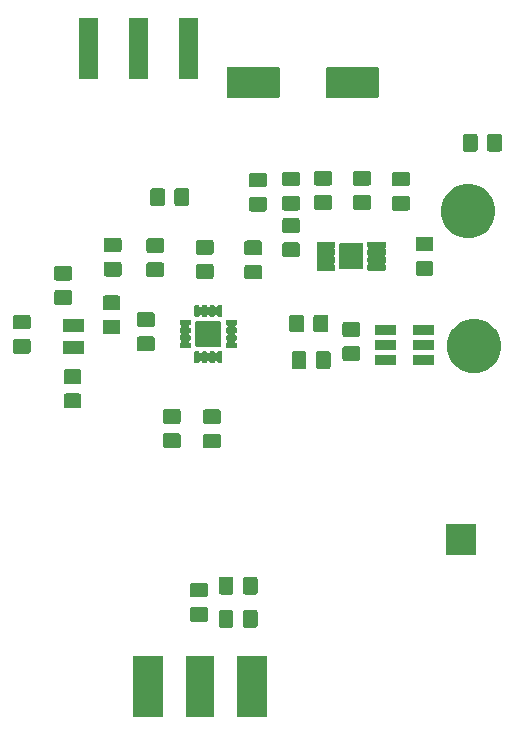
<source format=gbr>
G04 #@! TF.GenerationSoftware,KiCad,Pcbnew,5.1.5-52549c5~84~ubuntu18.04.1*
G04 #@! TF.CreationDate,2020-05-02T14:22:08+09:30*
G04 #@! TF.ProjectId,FirstMixer,46697273-744d-4697-9865-722e6b696361,rev?*
G04 #@! TF.SameCoordinates,Original*
G04 #@! TF.FileFunction,Soldermask,Top*
G04 #@! TF.FilePolarity,Negative*
%FSLAX46Y46*%
G04 Gerber Fmt 4.6, Leading zero omitted, Abs format (unit mm)*
G04 Created by KiCad (PCBNEW 5.1.5-52549c5~84~ubuntu18.04.1) date 2020-05-02 14:22:08*
%MOMM*%
%LPD*%
G04 APERTURE LIST*
%ADD10C,0.100000*%
G04 APERTURE END LIST*
D10*
G36*
X113196000Y-169111000D02*
G01*
X110804000Y-169111000D01*
X110804000Y-163929000D01*
X113196000Y-163929000D01*
X113196000Y-169111000D01*
G37*
G36*
X117641000Y-169111000D02*
G01*
X115119000Y-169111000D01*
X115119000Y-163929000D01*
X117641000Y-163929000D01*
X117641000Y-169111000D01*
G37*
G36*
X108881000Y-169111000D02*
G01*
X106359000Y-169111000D01*
X106359000Y-163929000D01*
X108881000Y-163929000D01*
X108881000Y-169111000D01*
G37*
G36*
X114663674Y-160053465D02*
G01*
X114701367Y-160064899D01*
X114736103Y-160083466D01*
X114766548Y-160108452D01*
X114791534Y-160138897D01*
X114810101Y-160173633D01*
X114821535Y-160211326D01*
X114826000Y-160256661D01*
X114826000Y-161343339D01*
X114821535Y-161388674D01*
X114810101Y-161426367D01*
X114791534Y-161461103D01*
X114766548Y-161491548D01*
X114736103Y-161516534D01*
X114701367Y-161535101D01*
X114663674Y-161546535D01*
X114618339Y-161551000D01*
X113781661Y-161551000D01*
X113736326Y-161546535D01*
X113698633Y-161535101D01*
X113663897Y-161516534D01*
X113633452Y-161491548D01*
X113608466Y-161461103D01*
X113589899Y-161426367D01*
X113578465Y-161388674D01*
X113574000Y-161343339D01*
X113574000Y-160256661D01*
X113578465Y-160211326D01*
X113589899Y-160173633D01*
X113608466Y-160138897D01*
X113633452Y-160108452D01*
X113663897Y-160083466D01*
X113698633Y-160064899D01*
X113736326Y-160053465D01*
X113781661Y-160049000D01*
X114618339Y-160049000D01*
X114663674Y-160053465D01*
G37*
G36*
X116713674Y-160053465D02*
G01*
X116751367Y-160064899D01*
X116786103Y-160083466D01*
X116816548Y-160108452D01*
X116841534Y-160138897D01*
X116860101Y-160173633D01*
X116871535Y-160211326D01*
X116876000Y-160256661D01*
X116876000Y-161343339D01*
X116871535Y-161388674D01*
X116860101Y-161426367D01*
X116841534Y-161461103D01*
X116816548Y-161491548D01*
X116786103Y-161516534D01*
X116751367Y-161535101D01*
X116713674Y-161546535D01*
X116668339Y-161551000D01*
X115831661Y-161551000D01*
X115786326Y-161546535D01*
X115748633Y-161535101D01*
X115713897Y-161516534D01*
X115683452Y-161491548D01*
X115658466Y-161461103D01*
X115639899Y-161426367D01*
X115628465Y-161388674D01*
X115624000Y-161343339D01*
X115624000Y-160256661D01*
X115628465Y-160211326D01*
X115639899Y-160173633D01*
X115658466Y-160138897D01*
X115683452Y-160108452D01*
X115713897Y-160083466D01*
X115748633Y-160064899D01*
X115786326Y-160053465D01*
X115831661Y-160049000D01*
X116668339Y-160049000D01*
X116713674Y-160053465D01*
G37*
G36*
X112488674Y-159803465D02*
G01*
X112526367Y-159814899D01*
X112561103Y-159833466D01*
X112591548Y-159858452D01*
X112616534Y-159888897D01*
X112635101Y-159923633D01*
X112646535Y-159961326D01*
X112651000Y-160006661D01*
X112651000Y-160843339D01*
X112646535Y-160888674D01*
X112635101Y-160926367D01*
X112616534Y-160961103D01*
X112591548Y-160991548D01*
X112561103Y-161016534D01*
X112526367Y-161035101D01*
X112488674Y-161046535D01*
X112443339Y-161051000D01*
X111356661Y-161051000D01*
X111311326Y-161046535D01*
X111273633Y-161035101D01*
X111238897Y-161016534D01*
X111208452Y-160991548D01*
X111183466Y-160961103D01*
X111164899Y-160926367D01*
X111153465Y-160888674D01*
X111149000Y-160843339D01*
X111149000Y-160006661D01*
X111153465Y-159961326D01*
X111164899Y-159923633D01*
X111183466Y-159888897D01*
X111208452Y-159858452D01*
X111238897Y-159833466D01*
X111273633Y-159814899D01*
X111311326Y-159803465D01*
X111356661Y-159799000D01*
X112443339Y-159799000D01*
X112488674Y-159803465D01*
G37*
G36*
X112488674Y-157753465D02*
G01*
X112526367Y-157764899D01*
X112561103Y-157783466D01*
X112591548Y-157808452D01*
X112616534Y-157838897D01*
X112635101Y-157873633D01*
X112646535Y-157911326D01*
X112651000Y-157956661D01*
X112651000Y-158793339D01*
X112646535Y-158838674D01*
X112635101Y-158876367D01*
X112616534Y-158911103D01*
X112591548Y-158941548D01*
X112561103Y-158966534D01*
X112526367Y-158985101D01*
X112488674Y-158996535D01*
X112443339Y-159001000D01*
X111356661Y-159001000D01*
X111311326Y-158996535D01*
X111273633Y-158985101D01*
X111238897Y-158966534D01*
X111208452Y-158941548D01*
X111183466Y-158911103D01*
X111164899Y-158876367D01*
X111153465Y-158838674D01*
X111149000Y-158793339D01*
X111149000Y-157956661D01*
X111153465Y-157911326D01*
X111164899Y-157873633D01*
X111183466Y-157838897D01*
X111208452Y-157808452D01*
X111238897Y-157783466D01*
X111273633Y-157764899D01*
X111311326Y-157753465D01*
X111356661Y-157749000D01*
X112443339Y-157749000D01*
X112488674Y-157753465D01*
G37*
G36*
X116713674Y-157253465D02*
G01*
X116751367Y-157264899D01*
X116786103Y-157283466D01*
X116816548Y-157308452D01*
X116841534Y-157338897D01*
X116860101Y-157373633D01*
X116871535Y-157411326D01*
X116876000Y-157456661D01*
X116876000Y-158543339D01*
X116871535Y-158588674D01*
X116860101Y-158626367D01*
X116841534Y-158661103D01*
X116816548Y-158691548D01*
X116786103Y-158716534D01*
X116751367Y-158735101D01*
X116713674Y-158746535D01*
X116668339Y-158751000D01*
X115831661Y-158751000D01*
X115786326Y-158746535D01*
X115748633Y-158735101D01*
X115713897Y-158716534D01*
X115683452Y-158691548D01*
X115658466Y-158661103D01*
X115639899Y-158626367D01*
X115628465Y-158588674D01*
X115624000Y-158543339D01*
X115624000Y-157456661D01*
X115628465Y-157411326D01*
X115639899Y-157373633D01*
X115658466Y-157338897D01*
X115683452Y-157308452D01*
X115713897Y-157283466D01*
X115748633Y-157264899D01*
X115786326Y-157253465D01*
X115831661Y-157249000D01*
X116668339Y-157249000D01*
X116713674Y-157253465D01*
G37*
G36*
X114663674Y-157253465D02*
G01*
X114701367Y-157264899D01*
X114736103Y-157283466D01*
X114766548Y-157308452D01*
X114791534Y-157338897D01*
X114810101Y-157373633D01*
X114821535Y-157411326D01*
X114826000Y-157456661D01*
X114826000Y-158543339D01*
X114821535Y-158588674D01*
X114810101Y-158626367D01*
X114791534Y-158661103D01*
X114766548Y-158691548D01*
X114736103Y-158716534D01*
X114701367Y-158735101D01*
X114663674Y-158746535D01*
X114618339Y-158751000D01*
X113781661Y-158751000D01*
X113736326Y-158746535D01*
X113698633Y-158735101D01*
X113663897Y-158716534D01*
X113633452Y-158691548D01*
X113608466Y-158661103D01*
X113589899Y-158626367D01*
X113578465Y-158588674D01*
X113574000Y-158543339D01*
X113574000Y-157456661D01*
X113578465Y-157411326D01*
X113589899Y-157373633D01*
X113608466Y-157338897D01*
X113633452Y-157308452D01*
X113663897Y-157283466D01*
X113698633Y-157264899D01*
X113736326Y-157253465D01*
X113781661Y-157249000D01*
X114618339Y-157249000D01*
X114663674Y-157253465D01*
G37*
G36*
X135401000Y-155401000D02*
G01*
X132799000Y-155401000D01*
X132799000Y-152799000D01*
X135401000Y-152799000D01*
X135401000Y-155401000D01*
G37*
G36*
X113588674Y-145128465D02*
G01*
X113626367Y-145139899D01*
X113661103Y-145158466D01*
X113691548Y-145183452D01*
X113716534Y-145213897D01*
X113735101Y-145248633D01*
X113746535Y-145286326D01*
X113751000Y-145331661D01*
X113751000Y-146168339D01*
X113746535Y-146213674D01*
X113735101Y-146251367D01*
X113716534Y-146286103D01*
X113691548Y-146316548D01*
X113661103Y-146341534D01*
X113626367Y-146360101D01*
X113588674Y-146371535D01*
X113543339Y-146376000D01*
X112456661Y-146376000D01*
X112411326Y-146371535D01*
X112373633Y-146360101D01*
X112338897Y-146341534D01*
X112308452Y-146316548D01*
X112283466Y-146286103D01*
X112264899Y-146251367D01*
X112253465Y-146213674D01*
X112249000Y-146168339D01*
X112249000Y-145331661D01*
X112253465Y-145286326D01*
X112264899Y-145248633D01*
X112283466Y-145213897D01*
X112308452Y-145183452D01*
X112338897Y-145158466D01*
X112373633Y-145139899D01*
X112411326Y-145128465D01*
X112456661Y-145124000D01*
X113543339Y-145124000D01*
X113588674Y-145128465D01*
G37*
G36*
X110188674Y-145103465D02*
G01*
X110226367Y-145114899D01*
X110261103Y-145133466D01*
X110291548Y-145158452D01*
X110316534Y-145188897D01*
X110335101Y-145223633D01*
X110346535Y-145261326D01*
X110351000Y-145306661D01*
X110351000Y-146143339D01*
X110346535Y-146188674D01*
X110335101Y-146226367D01*
X110316534Y-146261103D01*
X110291548Y-146291548D01*
X110261103Y-146316534D01*
X110226367Y-146335101D01*
X110188674Y-146346535D01*
X110143339Y-146351000D01*
X109056661Y-146351000D01*
X109011326Y-146346535D01*
X108973633Y-146335101D01*
X108938897Y-146316534D01*
X108908452Y-146291548D01*
X108883466Y-146261103D01*
X108864899Y-146226367D01*
X108853465Y-146188674D01*
X108849000Y-146143339D01*
X108849000Y-145306661D01*
X108853465Y-145261326D01*
X108864899Y-145223633D01*
X108883466Y-145188897D01*
X108908452Y-145158452D01*
X108938897Y-145133466D01*
X108973633Y-145114899D01*
X109011326Y-145103465D01*
X109056661Y-145099000D01*
X110143339Y-145099000D01*
X110188674Y-145103465D01*
G37*
G36*
X113588674Y-143078465D02*
G01*
X113626367Y-143089899D01*
X113661103Y-143108466D01*
X113691548Y-143133452D01*
X113716534Y-143163897D01*
X113735101Y-143198633D01*
X113746535Y-143236326D01*
X113751000Y-143281661D01*
X113751000Y-144118339D01*
X113746535Y-144163674D01*
X113735101Y-144201367D01*
X113716534Y-144236103D01*
X113691548Y-144266548D01*
X113661103Y-144291534D01*
X113626367Y-144310101D01*
X113588674Y-144321535D01*
X113543339Y-144326000D01*
X112456661Y-144326000D01*
X112411326Y-144321535D01*
X112373633Y-144310101D01*
X112338897Y-144291534D01*
X112308452Y-144266548D01*
X112283466Y-144236103D01*
X112264899Y-144201367D01*
X112253465Y-144163674D01*
X112249000Y-144118339D01*
X112249000Y-143281661D01*
X112253465Y-143236326D01*
X112264899Y-143198633D01*
X112283466Y-143163897D01*
X112308452Y-143133452D01*
X112338897Y-143108466D01*
X112373633Y-143089899D01*
X112411326Y-143078465D01*
X112456661Y-143074000D01*
X113543339Y-143074000D01*
X113588674Y-143078465D01*
G37*
G36*
X110188674Y-143053465D02*
G01*
X110226367Y-143064899D01*
X110261103Y-143083466D01*
X110291548Y-143108452D01*
X110316534Y-143138897D01*
X110335101Y-143173633D01*
X110346535Y-143211326D01*
X110351000Y-143256661D01*
X110351000Y-144093339D01*
X110346535Y-144138674D01*
X110335101Y-144176367D01*
X110316534Y-144211103D01*
X110291548Y-144241548D01*
X110261103Y-144266534D01*
X110226367Y-144285101D01*
X110188674Y-144296535D01*
X110143339Y-144301000D01*
X109056661Y-144301000D01*
X109011326Y-144296535D01*
X108973633Y-144285101D01*
X108938897Y-144266534D01*
X108908452Y-144241548D01*
X108883466Y-144211103D01*
X108864899Y-144176367D01*
X108853465Y-144138674D01*
X108849000Y-144093339D01*
X108849000Y-143256661D01*
X108853465Y-143211326D01*
X108864899Y-143173633D01*
X108883466Y-143138897D01*
X108908452Y-143108452D01*
X108938897Y-143083466D01*
X108973633Y-143064899D01*
X109011326Y-143053465D01*
X109056661Y-143049000D01*
X110143339Y-143049000D01*
X110188674Y-143053465D01*
G37*
G36*
X101788674Y-141728465D02*
G01*
X101826367Y-141739899D01*
X101861103Y-141758466D01*
X101891548Y-141783452D01*
X101916534Y-141813897D01*
X101935101Y-141848633D01*
X101946535Y-141886326D01*
X101951000Y-141931661D01*
X101951000Y-142768339D01*
X101946535Y-142813674D01*
X101935101Y-142851367D01*
X101916534Y-142886103D01*
X101891548Y-142916548D01*
X101861103Y-142941534D01*
X101826367Y-142960101D01*
X101788674Y-142971535D01*
X101743339Y-142976000D01*
X100656661Y-142976000D01*
X100611326Y-142971535D01*
X100573633Y-142960101D01*
X100538897Y-142941534D01*
X100508452Y-142916548D01*
X100483466Y-142886103D01*
X100464899Y-142851367D01*
X100453465Y-142813674D01*
X100449000Y-142768339D01*
X100449000Y-141931661D01*
X100453465Y-141886326D01*
X100464899Y-141848633D01*
X100483466Y-141813897D01*
X100508452Y-141783452D01*
X100538897Y-141758466D01*
X100573633Y-141739899D01*
X100611326Y-141728465D01*
X100656661Y-141724000D01*
X101743339Y-141724000D01*
X101788674Y-141728465D01*
G37*
G36*
X101788674Y-139678465D02*
G01*
X101826367Y-139689899D01*
X101861103Y-139708466D01*
X101891548Y-139733452D01*
X101916534Y-139763897D01*
X101935101Y-139798633D01*
X101946535Y-139836326D01*
X101951000Y-139881661D01*
X101951000Y-140718339D01*
X101946535Y-140763674D01*
X101935101Y-140801367D01*
X101916534Y-140836103D01*
X101891548Y-140866548D01*
X101861103Y-140891534D01*
X101826367Y-140910101D01*
X101788674Y-140921535D01*
X101743339Y-140926000D01*
X100656661Y-140926000D01*
X100611326Y-140921535D01*
X100573633Y-140910101D01*
X100538897Y-140891534D01*
X100508452Y-140866548D01*
X100483466Y-140836103D01*
X100464899Y-140801367D01*
X100453465Y-140763674D01*
X100449000Y-140718339D01*
X100449000Y-139881661D01*
X100453465Y-139836326D01*
X100464899Y-139798633D01*
X100483466Y-139763897D01*
X100508452Y-139733452D01*
X100538897Y-139708466D01*
X100573633Y-139689899D01*
X100611326Y-139678465D01*
X100656661Y-139674000D01*
X101743339Y-139674000D01*
X101788674Y-139678465D01*
G37*
G36*
X135871304Y-135487002D02*
G01*
X136290139Y-135660489D01*
X136290141Y-135660490D01*
X136352657Y-135702262D01*
X136667082Y-135912354D01*
X136987646Y-136232918D01*
X137029642Y-136295770D01*
X137236289Y-136605038D01*
X137239511Y-136609861D01*
X137412998Y-137028696D01*
X137501440Y-137473327D01*
X137501440Y-137926673D01*
X137412998Y-138371304D01*
X137248541Y-138768339D01*
X137239510Y-138790141D01*
X137138352Y-138941534D01*
X136987646Y-139167082D01*
X136667082Y-139487646D01*
X136491253Y-139605131D01*
X136290141Y-139739510D01*
X136290140Y-139739511D01*
X136290139Y-139739511D01*
X135871304Y-139912998D01*
X135426673Y-140001440D01*
X134973327Y-140001440D01*
X134528696Y-139912998D01*
X134109861Y-139739511D01*
X134109860Y-139739511D01*
X134109859Y-139739510D01*
X133908747Y-139605131D01*
X133732918Y-139487646D01*
X133412354Y-139167082D01*
X133261648Y-138941534D01*
X133160490Y-138790141D01*
X133151459Y-138768339D01*
X132987002Y-138371304D01*
X132898560Y-137926673D01*
X132898560Y-137473327D01*
X132987002Y-137028696D01*
X133160489Y-136609861D01*
X133163712Y-136605038D01*
X133370358Y-136295770D01*
X133412354Y-136232918D01*
X133732918Y-135912354D01*
X134047343Y-135702262D01*
X134109859Y-135660490D01*
X134109861Y-135660489D01*
X134528696Y-135487002D01*
X134973327Y-135398560D01*
X135426673Y-135398560D01*
X135871304Y-135487002D01*
G37*
G36*
X120838674Y-138153465D02*
G01*
X120876367Y-138164899D01*
X120911103Y-138183466D01*
X120941548Y-138208452D01*
X120966534Y-138238897D01*
X120985101Y-138273633D01*
X120996535Y-138311326D01*
X121001000Y-138356661D01*
X121001000Y-139443339D01*
X120996535Y-139488674D01*
X120985101Y-139526367D01*
X120966534Y-139561103D01*
X120941548Y-139591548D01*
X120911103Y-139616534D01*
X120876367Y-139635101D01*
X120838674Y-139646535D01*
X120793339Y-139651000D01*
X119956661Y-139651000D01*
X119911326Y-139646535D01*
X119873633Y-139635101D01*
X119838897Y-139616534D01*
X119808452Y-139591548D01*
X119783466Y-139561103D01*
X119764899Y-139526367D01*
X119753465Y-139488674D01*
X119749000Y-139443339D01*
X119749000Y-138356661D01*
X119753465Y-138311326D01*
X119764899Y-138273633D01*
X119783466Y-138238897D01*
X119808452Y-138208452D01*
X119838897Y-138183466D01*
X119873633Y-138164899D01*
X119911326Y-138153465D01*
X119956661Y-138149000D01*
X120793339Y-138149000D01*
X120838674Y-138153465D01*
G37*
G36*
X122888674Y-138153465D02*
G01*
X122926367Y-138164899D01*
X122961103Y-138183466D01*
X122991548Y-138208452D01*
X123016534Y-138238897D01*
X123035101Y-138273633D01*
X123046535Y-138311326D01*
X123051000Y-138356661D01*
X123051000Y-139443339D01*
X123046535Y-139488674D01*
X123035101Y-139526367D01*
X123016534Y-139561103D01*
X122991548Y-139591548D01*
X122961103Y-139616534D01*
X122926367Y-139635101D01*
X122888674Y-139646535D01*
X122843339Y-139651000D01*
X122006661Y-139651000D01*
X121961326Y-139646535D01*
X121923633Y-139635101D01*
X121888897Y-139616534D01*
X121858452Y-139591548D01*
X121833466Y-139561103D01*
X121814899Y-139526367D01*
X121803465Y-139488674D01*
X121799000Y-139443339D01*
X121799000Y-138356661D01*
X121803465Y-138311326D01*
X121814899Y-138273633D01*
X121833466Y-138238897D01*
X121858452Y-138208452D01*
X121888897Y-138183466D01*
X121923633Y-138164899D01*
X121961326Y-138153465D01*
X122006661Y-138149000D01*
X122843339Y-138149000D01*
X122888674Y-138153465D01*
G37*
G36*
X128586000Y-139301000D02*
G01*
X126834000Y-139301000D01*
X126834000Y-138439000D01*
X128586000Y-138439000D01*
X128586000Y-139301000D01*
G37*
G36*
X131766000Y-139301000D02*
G01*
X130014000Y-139301000D01*
X130014000Y-138439000D01*
X131766000Y-138439000D01*
X131766000Y-139301000D01*
G37*
G36*
X111895295Y-138175323D02*
G01*
X111902310Y-138177451D01*
X111908776Y-138180908D01*
X111914442Y-138185558D01*
X111919092Y-138191224D01*
X111922549Y-138197690D01*
X111924677Y-138204705D01*
X111925603Y-138214109D01*
X111930383Y-138238142D01*
X111939761Y-138260781D01*
X111953374Y-138281155D01*
X111970701Y-138298482D01*
X111991076Y-138312096D01*
X112013715Y-138321474D01*
X112037748Y-138326254D01*
X112062252Y-138326254D01*
X112086285Y-138321474D01*
X112108924Y-138312096D01*
X112129298Y-138298483D01*
X112146625Y-138281156D01*
X112160239Y-138260781D01*
X112169617Y-138238142D01*
X112174397Y-138214109D01*
X112175323Y-138204705D01*
X112177451Y-138197690D01*
X112180908Y-138191224D01*
X112185558Y-138185558D01*
X112191224Y-138180908D01*
X112197690Y-138177451D01*
X112204705Y-138175323D01*
X112218140Y-138174000D01*
X112531860Y-138174000D01*
X112545295Y-138175323D01*
X112552310Y-138177451D01*
X112558776Y-138180908D01*
X112564442Y-138185558D01*
X112569092Y-138191224D01*
X112572549Y-138197690D01*
X112574677Y-138204705D01*
X112575603Y-138214109D01*
X112580383Y-138238142D01*
X112589761Y-138260781D01*
X112603374Y-138281155D01*
X112620701Y-138298482D01*
X112641076Y-138312096D01*
X112663715Y-138321474D01*
X112687748Y-138326254D01*
X112712252Y-138326254D01*
X112736285Y-138321474D01*
X112758924Y-138312096D01*
X112779298Y-138298483D01*
X112796625Y-138281156D01*
X112810239Y-138260781D01*
X112819617Y-138238142D01*
X112824397Y-138214109D01*
X112825323Y-138204705D01*
X112827451Y-138197690D01*
X112830908Y-138191224D01*
X112835558Y-138185558D01*
X112841224Y-138180908D01*
X112847690Y-138177451D01*
X112854705Y-138175323D01*
X112868140Y-138174000D01*
X113181860Y-138174000D01*
X113195295Y-138175323D01*
X113202310Y-138177451D01*
X113208776Y-138180908D01*
X113214442Y-138185558D01*
X113219092Y-138191224D01*
X113222549Y-138197690D01*
X113224677Y-138204705D01*
X113225603Y-138214109D01*
X113230383Y-138238142D01*
X113239761Y-138260781D01*
X113253374Y-138281155D01*
X113270701Y-138298482D01*
X113291076Y-138312096D01*
X113313715Y-138321474D01*
X113337748Y-138326254D01*
X113362252Y-138326254D01*
X113386285Y-138321474D01*
X113408924Y-138312096D01*
X113429298Y-138298483D01*
X113446625Y-138281156D01*
X113460239Y-138260781D01*
X113469617Y-138238142D01*
X113474397Y-138214109D01*
X113475323Y-138204705D01*
X113477451Y-138197690D01*
X113480908Y-138191224D01*
X113485558Y-138185558D01*
X113491224Y-138180908D01*
X113497690Y-138177451D01*
X113504705Y-138175323D01*
X113518140Y-138174000D01*
X113831860Y-138174000D01*
X113845295Y-138175323D01*
X113852310Y-138177451D01*
X113858776Y-138180908D01*
X113864442Y-138185558D01*
X113869092Y-138191224D01*
X113872549Y-138197690D01*
X113874677Y-138204705D01*
X113876000Y-138218140D01*
X113876000Y-139081860D01*
X113874677Y-139095295D01*
X113872549Y-139102310D01*
X113869092Y-139108776D01*
X113864442Y-139114442D01*
X113858776Y-139119092D01*
X113852310Y-139122549D01*
X113845295Y-139124677D01*
X113831860Y-139126000D01*
X113518140Y-139126000D01*
X113504705Y-139124677D01*
X113497690Y-139122549D01*
X113491224Y-139119092D01*
X113485558Y-139114442D01*
X113480908Y-139108776D01*
X113477451Y-139102310D01*
X113475323Y-139095295D01*
X113474397Y-139085891D01*
X113469617Y-139061858D01*
X113460239Y-139039219D01*
X113446626Y-139018845D01*
X113429299Y-139001518D01*
X113408924Y-138987904D01*
X113386285Y-138978526D01*
X113362252Y-138973746D01*
X113337748Y-138973746D01*
X113313715Y-138978526D01*
X113291076Y-138987904D01*
X113270702Y-139001517D01*
X113253375Y-139018844D01*
X113239761Y-139039219D01*
X113230383Y-139061858D01*
X113225603Y-139085891D01*
X113224677Y-139095295D01*
X113222549Y-139102310D01*
X113219092Y-139108776D01*
X113214442Y-139114442D01*
X113208776Y-139119092D01*
X113202310Y-139122549D01*
X113195295Y-139124677D01*
X113181860Y-139126000D01*
X112868140Y-139126000D01*
X112854705Y-139124677D01*
X112847690Y-139122549D01*
X112841224Y-139119092D01*
X112835558Y-139114442D01*
X112830908Y-139108776D01*
X112827451Y-139102310D01*
X112825323Y-139095295D01*
X112824397Y-139085891D01*
X112819617Y-139061858D01*
X112810239Y-139039219D01*
X112796626Y-139018845D01*
X112779299Y-139001518D01*
X112758924Y-138987904D01*
X112736285Y-138978526D01*
X112712252Y-138973746D01*
X112687748Y-138973746D01*
X112663715Y-138978526D01*
X112641076Y-138987904D01*
X112620702Y-139001517D01*
X112603375Y-139018844D01*
X112589761Y-139039219D01*
X112580383Y-139061858D01*
X112575603Y-139085891D01*
X112574677Y-139095295D01*
X112572549Y-139102310D01*
X112569092Y-139108776D01*
X112564442Y-139114442D01*
X112558776Y-139119092D01*
X112552310Y-139122549D01*
X112545295Y-139124677D01*
X112531860Y-139126000D01*
X112218140Y-139126000D01*
X112204705Y-139124677D01*
X112197690Y-139122549D01*
X112191224Y-139119092D01*
X112185558Y-139114442D01*
X112180908Y-139108776D01*
X112177451Y-139102310D01*
X112175323Y-139095295D01*
X112174397Y-139085891D01*
X112169617Y-139061858D01*
X112160239Y-139039219D01*
X112146626Y-139018845D01*
X112129299Y-139001518D01*
X112108924Y-138987904D01*
X112086285Y-138978526D01*
X112062252Y-138973746D01*
X112037748Y-138973746D01*
X112013715Y-138978526D01*
X111991076Y-138987904D01*
X111970702Y-139001517D01*
X111953375Y-139018844D01*
X111939761Y-139039219D01*
X111930383Y-139061858D01*
X111925603Y-139085891D01*
X111924677Y-139095295D01*
X111922549Y-139102310D01*
X111919092Y-139108776D01*
X111914442Y-139114442D01*
X111908776Y-139119092D01*
X111902310Y-139122549D01*
X111895295Y-139124677D01*
X111881860Y-139126000D01*
X111568140Y-139126000D01*
X111554705Y-139124677D01*
X111547690Y-139122549D01*
X111541224Y-139119092D01*
X111535558Y-139114442D01*
X111530908Y-139108776D01*
X111527451Y-139102310D01*
X111525323Y-139095295D01*
X111524000Y-139081860D01*
X111524000Y-138218140D01*
X111525323Y-138204705D01*
X111527451Y-138197690D01*
X111530908Y-138191224D01*
X111535558Y-138185558D01*
X111541224Y-138180908D01*
X111547690Y-138177451D01*
X111554705Y-138175323D01*
X111568140Y-138174000D01*
X111881860Y-138174000D01*
X111895295Y-138175323D01*
G37*
G36*
X125388674Y-137728465D02*
G01*
X125426367Y-137739899D01*
X125461103Y-137758466D01*
X125491548Y-137783452D01*
X125516534Y-137813897D01*
X125535101Y-137848633D01*
X125546535Y-137886326D01*
X125551000Y-137931661D01*
X125551000Y-138768339D01*
X125546535Y-138813674D01*
X125535101Y-138851367D01*
X125516534Y-138886103D01*
X125491548Y-138916548D01*
X125461103Y-138941534D01*
X125426367Y-138960101D01*
X125388674Y-138971535D01*
X125343339Y-138976000D01*
X124256661Y-138976000D01*
X124211326Y-138971535D01*
X124173633Y-138960101D01*
X124138897Y-138941534D01*
X124108452Y-138916548D01*
X124083466Y-138886103D01*
X124064899Y-138851367D01*
X124053465Y-138813674D01*
X124049000Y-138768339D01*
X124049000Y-137931661D01*
X124053465Y-137886326D01*
X124064899Y-137848633D01*
X124083466Y-137813897D01*
X124108452Y-137783452D01*
X124138897Y-137758466D01*
X124173633Y-137739899D01*
X124211326Y-137728465D01*
X124256661Y-137724000D01*
X125343339Y-137724000D01*
X125388674Y-137728465D01*
G37*
G36*
X102131000Y-138351000D02*
G01*
X100369000Y-138351000D01*
X100369000Y-137249000D01*
X102131000Y-137249000D01*
X102131000Y-138351000D01*
G37*
G36*
X97488674Y-137103465D02*
G01*
X97526367Y-137114899D01*
X97561103Y-137133466D01*
X97591548Y-137158452D01*
X97616534Y-137188897D01*
X97635101Y-137223633D01*
X97646535Y-137261326D01*
X97651000Y-137306661D01*
X97651000Y-138143339D01*
X97646535Y-138188674D01*
X97635101Y-138226367D01*
X97616534Y-138261103D01*
X97591548Y-138291548D01*
X97561103Y-138316534D01*
X97526367Y-138335101D01*
X97488674Y-138346535D01*
X97443339Y-138351000D01*
X96356661Y-138351000D01*
X96311326Y-138346535D01*
X96273633Y-138335101D01*
X96238897Y-138316534D01*
X96208452Y-138291548D01*
X96183466Y-138261103D01*
X96164899Y-138226367D01*
X96153465Y-138188674D01*
X96149000Y-138143339D01*
X96149000Y-137306661D01*
X96153465Y-137261326D01*
X96164899Y-137223633D01*
X96183466Y-137188897D01*
X96208452Y-137158452D01*
X96238897Y-137133466D01*
X96273633Y-137114899D01*
X96311326Y-137103465D01*
X96356661Y-137099000D01*
X97443339Y-137099000D01*
X97488674Y-137103465D01*
G37*
G36*
X107988674Y-136903465D02*
G01*
X108026367Y-136914899D01*
X108061103Y-136933466D01*
X108091548Y-136958452D01*
X108116534Y-136988897D01*
X108135101Y-137023633D01*
X108146535Y-137061326D01*
X108151000Y-137106661D01*
X108151000Y-137943339D01*
X108146535Y-137988674D01*
X108135101Y-138026367D01*
X108116534Y-138061103D01*
X108091548Y-138091548D01*
X108061103Y-138116534D01*
X108026367Y-138135101D01*
X107988674Y-138146535D01*
X107943339Y-138151000D01*
X106856661Y-138151000D01*
X106811326Y-138146535D01*
X106773633Y-138135101D01*
X106738897Y-138116534D01*
X106708452Y-138091548D01*
X106683466Y-138061103D01*
X106664899Y-138026367D01*
X106653465Y-137988674D01*
X106649000Y-137943339D01*
X106649000Y-137106661D01*
X106653465Y-137061326D01*
X106664899Y-137023633D01*
X106683466Y-136988897D01*
X106708452Y-136958452D01*
X106738897Y-136933466D01*
X106773633Y-136914899D01*
X106811326Y-136903465D01*
X106856661Y-136899000D01*
X107943339Y-136899000D01*
X107988674Y-136903465D01*
G37*
G36*
X128586000Y-138031000D02*
G01*
X126834000Y-138031000D01*
X126834000Y-137169000D01*
X128586000Y-137169000D01*
X128586000Y-138031000D01*
G37*
G36*
X131766000Y-138031000D02*
G01*
X130014000Y-138031000D01*
X130014000Y-137169000D01*
X131766000Y-137169000D01*
X131766000Y-138031000D01*
G37*
G36*
X115095295Y-135525323D02*
G01*
X115102310Y-135527451D01*
X115108776Y-135530908D01*
X115114442Y-135535558D01*
X115119092Y-135541224D01*
X115122549Y-135547690D01*
X115124677Y-135554705D01*
X115126000Y-135568140D01*
X115126000Y-135881860D01*
X115124677Y-135895295D01*
X115122549Y-135902310D01*
X115119092Y-135908776D01*
X115114442Y-135914442D01*
X115108776Y-135919092D01*
X115102310Y-135922549D01*
X115095295Y-135924677D01*
X115085891Y-135925603D01*
X115061858Y-135930383D01*
X115039219Y-135939761D01*
X115018845Y-135953374D01*
X115001518Y-135970701D01*
X114987904Y-135991076D01*
X114978526Y-136013715D01*
X114973746Y-136037748D01*
X114973746Y-136062252D01*
X114978526Y-136086285D01*
X114987904Y-136108924D01*
X115001517Y-136129298D01*
X115018844Y-136146625D01*
X115039219Y-136160239D01*
X115061858Y-136169617D01*
X115085891Y-136174397D01*
X115095295Y-136175323D01*
X115102310Y-136177451D01*
X115108776Y-136180908D01*
X115114442Y-136185558D01*
X115119092Y-136191224D01*
X115122549Y-136197690D01*
X115124677Y-136204705D01*
X115126000Y-136218140D01*
X115126000Y-136531860D01*
X115124677Y-136545295D01*
X115122549Y-136552310D01*
X115119092Y-136558776D01*
X115114442Y-136564442D01*
X115108776Y-136569092D01*
X115102310Y-136572549D01*
X115095295Y-136574677D01*
X115085891Y-136575603D01*
X115061858Y-136580383D01*
X115039219Y-136589761D01*
X115018845Y-136603374D01*
X115001518Y-136620701D01*
X114987904Y-136641076D01*
X114978526Y-136663715D01*
X114973746Y-136687748D01*
X114973746Y-136712252D01*
X114978526Y-136736285D01*
X114987904Y-136758924D01*
X115001517Y-136779298D01*
X115018844Y-136796625D01*
X115039219Y-136810239D01*
X115061858Y-136819617D01*
X115085891Y-136824397D01*
X115095295Y-136825323D01*
X115102310Y-136827451D01*
X115108776Y-136830908D01*
X115114442Y-136835558D01*
X115119092Y-136841224D01*
X115122549Y-136847690D01*
X115124677Y-136854705D01*
X115126000Y-136868140D01*
X115126000Y-137181860D01*
X115124677Y-137195295D01*
X115122549Y-137202310D01*
X115119092Y-137208776D01*
X115114442Y-137214442D01*
X115108776Y-137219092D01*
X115102310Y-137222549D01*
X115095295Y-137224677D01*
X115085891Y-137225603D01*
X115061858Y-137230383D01*
X115039219Y-137239761D01*
X115018845Y-137253374D01*
X115001518Y-137270701D01*
X114987904Y-137291076D01*
X114978526Y-137313715D01*
X114973746Y-137337748D01*
X114973746Y-137362252D01*
X114978526Y-137386285D01*
X114987904Y-137408924D01*
X115001517Y-137429298D01*
X115018844Y-137446625D01*
X115039219Y-137460239D01*
X115061858Y-137469617D01*
X115085891Y-137474397D01*
X115095295Y-137475323D01*
X115102310Y-137477451D01*
X115108776Y-137480908D01*
X115114442Y-137485558D01*
X115119092Y-137491224D01*
X115122549Y-137497690D01*
X115124677Y-137504705D01*
X115126000Y-137518140D01*
X115126000Y-137831860D01*
X115124677Y-137845295D01*
X115122549Y-137852310D01*
X115119092Y-137858776D01*
X115114442Y-137864442D01*
X115108776Y-137869092D01*
X115102310Y-137872549D01*
X115095295Y-137874677D01*
X115081860Y-137876000D01*
X114218140Y-137876000D01*
X114204705Y-137874677D01*
X114197690Y-137872549D01*
X114191224Y-137869092D01*
X114185558Y-137864442D01*
X114180908Y-137858776D01*
X114177451Y-137852310D01*
X114175323Y-137845295D01*
X114174000Y-137831860D01*
X114174000Y-137518140D01*
X114175323Y-137504705D01*
X114177451Y-137497690D01*
X114180908Y-137491224D01*
X114185558Y-137485558D01*
X114191224Y-137480908D01*
X114197690Y-137477451D01*
X114204705Y-137475323D01*
X114214109Y-137474397D01*
X114238142Y-137469617D01*
X114260781Y-137460239D01*
X114281155Y-137446626D01*
X114298482Y-137429299D01*
X114312096Y-137408924D01*
X114321474Y-137386285D01*
X114326254Y-137362252D01*
X114326254Y-137337748D01*
X114321474Y-137313715D01*
X114312096Y-137291076D01*
X114298483Y-137270702D01*
X114281156Y-137253375D01*
X114260781Y-137239761D01*
X114238142Y-137230383D01*
X114214109Y-137225603D01*
X114204705Y-137224677D01*
X114197690Y-137222549D01*
X114191224Y-137219092D01*
X114185558Y-137214442D01*
X114180908Y-137208776D01*
X114177451Y-137202310D01*
X114175323Y-137195295D01*
X114174000Y-137181860D01*
X114174000Y-136868140D01*
X114175323Y-136854705D01*
X114177451Y-136847690D01*
X114180908Y-136841224D01*
X114185558Y-136835558D01*
X114191224Y-136830908D01*
X114197690Y-136827451D01*
X114204705Y-136825323D01*
X114214109Y-136824397D01*
X114238142Y-136819617D01*
X114260781Y-136810239D01*
X114281155Y-136796626D01*
X114298482Y-136779299D01*
X114312096Y-136758924D01*
X114321474Y-136736285D01*
X114326254Y-136712252D01*
X114326254Y-136687748D01*
X114321474Y-136663715D01*
X114312096Y-136641076D01*
X114298483Y-136620702D01*
X114281156Y-136603375D01*
X114260781Y-136589761D01*
X114238142Y-136580383D01*
X114214109Y-136575603D01*
X114204705Y-136574677D01*
X114197690Y-136572549D01*
X114191224Y-136569092D01*
X114185558Y-136564442D01*
X114180908Y-136558776D01*
X114177451Y-136552310D01*
X114175323Y-136545295D01*
X114174000Y-136531860D01*
X114174000Y-136218140D01*
X114175323Y-136204705D01*
X114177451Y-136197690D01*
X114180908Y-136191224D01*
X114185558Y-136185558D01*
X114191224Y-136180908D01*
X114197690Y-136177451D01*
X114204705Y-136175323D01*
X114214109Y-136174397D01*
X114238142Y-136169617D01*
X114260781Y-136160239D01*
X114281155Y-136146626D01*
X114298482Y-136129299D01*
X114312096Y-136108924D01*
X114321474Y-136086285D01*
X114326254Y-136062252D01*
X114326254Y-136037748D01*
X114321474Y-136013715D01*
X114312096Y-135991076D01*
X114298483Y-135970702D01*
X114281156Y-135953375D01*
X114260781Y-135939761D01*
X114238142Y-135930383D01*
X114214109Y-135925603D01*
X114204705Y-135924677D01*
X114197690Y-135922549D01*
X114191224Y-135919092D01*
X114185558Y-135914442D01*
X114180908Y-135908776D01*
X114177451Y-135902310D01*
X114175323Y-135895295D01*
X114174000Y-135881860D01*
X114174000Y-135568140D01*
X114175323Y-135554705D01*
X114177451Y-135547690D01*
X114180908Y-135541224D01*
X114185558Y-135535558D01*
X114191224Y-135530908D01*
X114197690Y-135527451D01*
X114204705Y-135525323D01*
X114218140Y-135524000D01*
X115081860Y-135524000D01*
X115095295Y-135525323D01*
G37*
G36*
X111195295Y-135525323D02*
G01*
X111202310Y-135527451D01*
X111208776Y-135530908D01*
X111214442Y-135535558D01*
X111219092Y-135541224D01*
X111222549Y-135547690D01*
X111224677Y-135554705D01*
X111226000Y-135568140D01*
X111226000Y-135881860D01*
X111224677Y-135895295D01*
X111222549Y-135902310D01*
X111219092Y-135908776D01*
X111214442Y-135914442D01*
X111208776Y-135919092D01*
X111202310Y-135922549D01*
X111195295Y-135924677D01*
X111185891Y-135925603D01*
X111161858Y-135930383D01*
X111139219Y-135939761D01*
X111118845Y-135953374D01*
X111101518Y-135970701D01*
X111087904Y-135991076D01*
X111078526Y-136013715D01*
X111073746Y-136037748D01*
X111073746Y-136062252D01*
X111078526Y-136086285D01*
X111087904Y-136108924D01*
X111101517Y-136129298D01*
X111118844Y-136146625D01*
X111139219Y-136160239D01*
X111161858Y-136169617D01*
X111185891Y-136174397D01*
X111195295Y-136175323D01*
X111202310Y-136177451D01*
X111208776Y-136180908D01*
X111214442Y-136185558D01*
X111219092Y-136191224D01*
X111222549Y-136197690D01*
X111224677Y-136204705D01*
X111226000Y-136218140D01*
X111226000Y-136531860D01*
X111224677Y-136545295D01*
X111222549Y-136552310D01*
X111219092Y-136558776D01*
X111214442Y-136564442D01*
X111208776Y-136569092D01*
X111202310Y-136572549D01*
X111195295Y-136574677D01*
X111185891Y-136575603D01*
X111161858Y-136580383D01*
X111139219Y-136589761D01*
X111118845Y-136603374D01*
X111101518Y-136620701D01*
X111087904Y-136641076D01*
X111078526Y-136663715D01*
X111073746Y-136687748D01*
X111073746Y-136712252D01*
X111078526Y-136736285D01*
X111087904Y-136758924D01*
X111101517Y-136779298D01*
X111118844Y-136796625D01*
X111139219Y-136810239D01*
X111161858Y-136819617D01*
X111185891Y-136824397D01*
X111195295Y-136825323D01*
X111202310Y-136827451D01*
X111208776Y-136830908D01*
X111214442Y-136835558D01*
X111219092Y-136841224D01*
X111222549Y-136847690D01*
X111224677Y-136854705D01*
X111226000Y-136868140D01*
X111226000Y-137181860D01*
X111224677Y-137195295D01*
X111222549Y-137202310D01*
X111219092Y-137208776D01*
X111214442Y-137214442D01*
X111208776Y-137219092D01*
X111202310Y-137222549D01*
X111195295Y-137224677D01*
X111185891Y-137225603D01*
X111161858Y-137230383D01*
X111139219Y-137239761D01*
X111118845Y-137253374D01*
X111101518Y-137270701D01*
X111087904Y-137291076D01*
X111078526Y-137313715D01*
X111073746Y-137337748D01*
X111073746Y-137362252D01*
X111078526Y-137386285D01*
X111087904Y-137408924D01*
X111101517Y-137429298D01*
X111118844Y-137446625D01*
X111139219Y-137460239D01*
X111161858Y-137469617D01*
X111185891Y-137474397D01*
X111195295Y-137475323D01*
X111202310Y-137477451D01*
X111208776Y-137480908D01*
X111214442Y-137485558D01*
X111219092Y-137491224D01*
X111222549Y-137497690D01*
X111224677Y-137504705D01*
X111226000Y-137518140D01*
X111226000Y-137831860D01*
X111224677Y-137845295D01*
X111222549Y-137852310D01*
X111219092Y-137858776D01*
X111214442Y-137864442D01*
X111208776Y-137869092D01*
X111202310Y-137872549D01*
X111195295Y-137874677D01*
X111181860Y-137876000D01*
X110318140Y-137876000D01*
X110304705Y-137874677D01*
X110297690Y-137872549D01*
X110291224Y-137869092D01*
X110285558Y-137864442D01*
X110280908Y-137858776D01*
X110277451Y-137852310D01*
X110275323Y-137845295D01*
X110274000Y-137831860D01*
X110274000Y-137518140D01*
X110275323Y-137504705D01*
X110277451Y-137497690D01*
X110280908Y-137491224D01*
X110285558Y-137485558D01*
X110291224Y-137480908D01*
X110297690Y-137477451D01*
X110304705Y-137475323D01*
X110314109Y-137474397D01*
X110338142Y-137469617D01*
X110360781Y-137460239D01*
X110381155Y-137446626D01*
X110398482Y-137429299D01*
X110412096Y-137408924D01*
X110421474Y-137386285D01*
X110426254Y-137362252D01*
X110426254Y-137337748D01*
X110421474Y-137313715D01*
X110412096Y-137291076D01*
X110398483Y-137270702D01*
X110381156Y-137253375D01*
X110360781Y-137239761D01*
X110338142Y-137230383D01*
X110314109Y-137225603D01*
X110304705Y-137224677D01*
X110297690Y-137222549D01*
X110291224Y-137219092D01*
X110285558Y-137214442D01*
X110280908Y-137208776D01*
X110277451Y-137202310D01*
X110275323Y-137195295D01*
X110274000Y-137181860D01*
X110274000Y-136868140D01*
X110275323Y-136854705D01*
X110277451Y-136847690D01*
X110280908Y-136841224D01*
X110285558Y-136835558D01*
X110291224Y-136830908D01*
X110297690Y-136827451D01*
X110304705Y-136825323D01*
X110314109Y-136824397D01*
X110338142Y-136819617D01*
X110360781Y-136810239D01*
X110381155Y-136796626D01*
X110398482Y-136779299D01*
X110412096Y-136758924D01*
X110421474Y-136736285D01*
X110426254Y-136712252D01*
X110426254Y-136687748D01*
X110421474Y-136663715D01*
X110412096Y-136641076D01*
X110398483Y-136620702D01*
X110381156Y-136603375D01*
X110360781Y-136589761D01*
X110338142Y-136580383D01*
X110314109Y-136575603D01*
X110304705Y-136574677D01*
X110297690Y-136572549D01*
X110291224Y-136569092D01*
X110285558Y-136564442D01*
X110280908Y-136558776D01*
X110277451Y-136552310D01*
X110275323Y-136545295D01*
X110274000Y-136531860D01*
X110274000Y-136218140D01*
X110275323Y-136204705D01*
X110277451Y-136197690D01*
X110280908Y-136191224D01*
X110285558Y-136185558D01*
X110291224Y-136180908D01*
X110297690Y-136177451D01*
X110304705Y-136175323D01*
X110314109Y-136174397D01*
X110338142Y-136169617D01*
X110360781Y-136160239D01*
X110381155Y-136146626D01*
X110398482Y-136129299D01*
X110412096Y-136108924D01*
X110421474Y-136086285D01*
X110426254Y-136062252D01*
X110426254Y-136037748D01*
X110421474Y-136013715D01*
X110412096Y-135991076D01*
X110398483Y-135970702D01*
X110381156Y-135953375D01*
X110360781Y-135939761D01*
X110338142Y-135930383D01*
X110314109Y-135925603D01*
X110304705Y-135924677D01*
X110297690Y-135922549D01*
X110291224Y-135919092D01*
X110285558Y-135914442D01*
X110280908Y-135908776D01*
X110277451Y-135902310D01*
X110275323Y-135895295D01*
X110274000Y-135881860D01*
X110274000Y-135568140D01*
X110275323Y-135554705D01*
X110277451Y-135547690D01*
X110280908Y-135541224D01*
X110285558Y-135535558D01*
X110291224Y-135530908D01*
X110297690Y-135527451D01*
X110304705Y-135525323D01*
X110318140Y-135524000D01*
X111181860Y-135524000D01*
X111195295Y-135525323D01*
G37*
G36*
X113666536Y-135602800D02*
G01*
X113697738Y-135612265D01*
X113726486Y-135627631D01*
X113751687Y-135648313D01*
X113772369Y-135673514D01*
X113787735Y-135702262D01*
X113797200Y-135733464D01*
X113801000Y-135772046D01*
X113801000Y-137627954D01*
X113797200Y-137666536D01*
X113787735Y-137697738D01*
X113772369Y-137726486D01*
X113751687Y-137751687D01*
X113726486Y-137772369D01*
X113697738Y-137787735D01*
X113666536Y-137797200D01*
X113627954Y-137801000D01*
X111772046Y-137801000D01*
X111733464Y-137797200D01*
X111702262Y-137787735D01*
X111673514Y-137772369D01*
X111648313Y-137751687D01*
X111627631Y-137726486D01*
X111612265Y-137697738D01*
X111602800Y-137666536D01*
X111599000Y-137627954D01*
X111599000Y-135772046D01*
X111602800Y-135733464D01*
X111612265Y-135702262D01*
X111627631Y-135673514D01*
X111648313Y-135648313D01*
X111673514Y-135627631D01*
X111702262Y-135612265D01*
X111733464Y-135602800D01*
X111772046Y-135599000D01*
X113627954Y-135599000D01*
X113666536Y-135602800D01*
G37*
G36*
X125388674Y-135678465D02*
G01*
X125426367Y-135689899D01*
X125461103Y-135708466D01*
X125491548Y-135733452D01*
X125516534Y-135763897D01*
X125535101Y-135798633D01*
X125546535Y-135836326D01*
X125551000Y-135881661D01*
X125551000Y-136718339D01*
X125546535Y-136763674D01*
X125535101Y-136801367D01*
X125516534Y-136836103D01*
X125491548Y-136866548D01*
X125461103Y-136891534D01*
X125426367Y-136910101D01*
X125388674Y-136921535D01*
X125343339Y-136926000D01*
X124256661Y-136926000D01*
X124211326Y-136921535D01*
X124173633Y-136910101D01*
X124138897Y-136891534D01*
X124108452Y-136866548D01*
X124083466Y-136836103D01*
X124064899Y-136801367D01*
X124053465Y-136763674D01*
X124049000Y-136718339D01*
X124049000Y-135881661D01*
X124053465Y-135836326D01*
X124064899Y-135798633D01*
X124083466Y-135763897D01*
X124108452Y-135733452D01*
X124138897Y-135708466D01*
X124173633Y-135689899D01*
X124211326Y-135678465D01*
X124256661Y-135674000D01*
X125343339Y-135674000D01*
X125388674Y-135678465D01*
G37*
G36*
X128586000Y-136761000D02*
G01*
X126834000Y-136761000D01*
X126834000Y-135899000D01*
X128586000Y-135899000D01*
X128586000Y-136761000D01*
G37*
G36*
X131766000Y-136761000D02*
G01*
X130014000Y-136761000D01*
X130014000Y-135899000D01*
X131766000Y-135899000D01*
X131766000Y-136761000D01*
G37*
G36*
X105088674Y-135478465D02*
G01*
X105126367Y-135489899D01*
X105161103Y-135508466D01*
X105191548Y-135533452D01*
X105216534Y-135563897D01*
X105235101Y-135598633D01*
X105246535Y-135636326D01*
X105251000Y-135681661D01*
X105251000Y-136518339D01*
X105246535Y-136563674D01*
X105235101Y-136601367D01*
X105216534Y-136636103D01*
X105191548Y-136666548D01*
X105161103Y-136691534D01*
X105126367Y-136710101D01*
X105088674Y-136721535D01*
X105043339Y-136726000D01*
X103956661Y-136726000D01*
X103911326Y-136721535D01*
X103873633Y-136710101D01*
X103838897Y-136691534D01*
X103808452Y-136666548D01*
X103783466Y-136636103D01*
X103764899Y-136601367D01*
X103753465Y-136563674D01*
X103749000Y-136518339D01*
X103749000Y-135681661D01*
X103753465Y-135636326D01*
X103764899Y-135598633D01*
X103783466Y-135563897D01*
X103808452Y-135533452D01*
X103838897Y-135508466D01*
X103873633Y-135489899D01*
X103911326Y-135478465D01*
X103956661Y-135474000D01*
X105043339Y-135474000D01*
X105088674Y-135478465D01*
G37*
G36*
X102131000Y-136551000D02*
G01*
X100369000Y-136551000D01*
X100369000Y-135449000D01*
X102131000Y-135449000D01*
X102131000Y-136551000D01*
G37*
G36*
X120638674Y-135053465D02*
G01*
X120676367Y-135064899D01*
X120711103Y-135083466D01*
X120741548Y-135108452D01*
X120766534Y-135138897D01*
X120785101Y-135173633D01*
X120796535Y-135211326D01*
X120801000Y-135256661D01*
X120801000Y-136343339D01*
X120796535Y-136388674D01*
X120785101Y-136426367D01*
X120766534Y-136461103D01*
X120741548Y-136491548D01*
X120711103Y-136516534D01*
X120676367Y-136535101D01*
X120638674Y-136546535D01*
X120593339Y-136551000D01*
X119756661Y-136551000D01*
X119711326Y-136546535D01*
X119673633Y-136535101D01*
X119638897Y-136516534D01*
X119608452Y-136491548D01*
X119583466Y-136461103D01*
X119564899Y-136426367D01*
X119553465Y-136388674D01*
X119549000Y-136343339D01*
X119549000Y-135256661D01*
X119553465Y-135211326D01*
X119564899Y-135173633D01*
X119583466Y-135138897D01*
X119608452Y-135108452D01*
X119638897Y-135083466D01*
X119673633Y-135064899D01*
X119711326Y-135053465D01*
X119756661Y-135049000D01*
X120593339Y-135049000D01*
X120638674Y-135053465D01*
G37*
G36*
X122688674Y-135053465D02*
G01*
X122726367Y-135064899D01*
X122761103Y-135083466D01*
X122791548Y-135108452D01*
X122816534Y-135138897D01*
X122835101Y-135173633D01*
X122846535Y-135211326D01*
X122851000Y-135256661D01*
X122851000Y-136343339D01*
X122846535Y-136388674D01*
X122835101Y-136426367D01*
X122816534Y-136461103D01*
X122791548Y-136491548D01*
X122761103Y-136516534D01*
X122726367Y-136535101D01*
X122688674Y-136546535D01*
X122643339Y-136551000D01*
X121806661Y-136551000D01*
X121761326Y-136546535D01*
X121723633Y-136535101D01*
X121688897Y-136516534D01*
X121658452Y-136491548D01*
X121633466Y-136461103D01*
X121614899Y-136426367D01*
X121603465Y-136388674D01*
X121599000Y-136343339D01*
X121599000Y-135256661D01*
X121603465Y-135211326D01*
X121614899Y-135173633D01*
X121633466Y-135138897D01*
X121658452Y-135108452D01*
X121688897Y-135083466D01*
X121723633Y-135064899D01*
X121761326Y-135053465D01*
X121806661Y-135049000D01*
X122643339Y-135049000D01*
X122688674Y-135053465D01*
G37*
G36*
X97488674Y-135053465D02*
G01*
X97526367Y-135064899D01*
X97561103Y-135083466D01*
X97591548Y-135108452D01*
X97616534Y-135138897D01*
X97635101Y-135173633D01*
X97646535Y-135211326D01*
X97651000Y-135256661D01*
X97651000Y-136093339D01*
X97646535Y-136138674D01*
X97635101Y-136176367D01*
X97616534Y-136211103D01*
X97591548Y-136241548D01*
X97561103Y-136266534D01*
X97526367Y-136285101D01*
X97488674Y-136296535D01*
X97443339Y-136301000D01*
X96356661Y-136301000D01*
X96311326Y-136296535D01*
X96273633Y-136285101D01*
X96238897Y-136266534D01*
X96208452Y-136241548D01*
X96183466Y-136211103D01*
X96164899Y-136176367D01*
X96153465Y-136138674D01*
X96149000Y-136093339D01*
X96149000Y-135256661D01*
X96153465Y-135211326D01*
X96164899Y-135173633D01*
X96183466Y-135138897D01*
X96208452Y-135108452D01*
X96238897Y-135083466D01*
X96273633Y-135064899D01*
X96311326Y-135053465D01*
X96356661Y-135049000D01*
X97443339Y-135049000D01*
X97488674Y-135053465D01*
G37*
G36*
X107988674Y-134853465D02*
G01*
X108026367Y-134864899D01*
X108061103Y-134883466D01*
X108091548Y-134908452D01*
X108116534Y-134938897D01*
X108135101Y-134973633D01*
X108146535Y-135011326D01*
X108151000Y-135056661D01*
X108151000Y-135893339D01*
X108146535Y-135938674D01*
X108135101Y-135976367D01*
X108116534Y-136011103D01*
X108091548Y-136041548D01*
X108061103Y-136066534D01*
X108026367Y-136085101D01*
X107988674Y-136096535D01*
X107943339Y-136101000D01*
X106856661Y-136101000D01*
X106811326Y-136096535D01*
X106773633Y-136085101D01*
X106738897Y-136066534D01*
X106708452Y-136041548D01*
X106683466Y-136011103D01*
X106664899Y-135976367D01*
X106653465Y-135938674D01*
X106649000Y-135893339D01*
X106649000Y-135056661D01*
X106653465Y-135011326D01*
X106664899Y-134973633D01*
X106683466Y-134938897D01*
X106708452Y-134908452D01*
X106738897Y-134883466D01*
X106773633Y-134864899D01*
X106811326Y-134853465D01*
X106856661Y-134849000D01*
X107943339Y-134849000D01*
X107988674Y-134853465D01*
G37*
G36*
X111895295Y-134275323D02*
G01*
X111902310Y-134277451D01*
X111908776Y-134280908D01*
X111914442Y-134285558D01*
X111919092Y-134291224D01*
X111922549Y-134297690D01*
X111924677Y-134304705D01*
X111925603Y-134314109D01*
X111930383Y-134338142D01*
X111939761Y-134360781D01*
X111953374Y-134381155D01*
X111970701Y-134398482D01*
X111991076Y-134412096D01*
X112013715Y-134421474D01*
X112037748Y-134426254D01*
X112062252Y-134426254D01*
X112086285Y-134421474D01*
X112108924Y-134412096D01*
X112129298Y-134398483D01*
X112146625Y-134381156D01*
X112160239Y-134360781D01*
X112169617Y-134338142D01*
X112174397Y-134314109D01*
X112175323Y-134304705D01*
X112177451Y-134297690D01*
X112180908Y-134291224D01*
X112185558Y-134285558D01*
X112191224Y-134280908D01*
X112197690Y-134277451D01*
X112204705Y-134275323D01*
X112218140Y-134274000D01*
X112531860Y-134274000D01*
X112545295Y-134275323D01*
X112552310Y-134277451D01*
X112558776Y-134280908D01*
X112564442Y-134285558D01*
X112569092Y-134291224D01*
X112572549Y-134297690D01*
X112574677Y-134304705D01*
X112575603Y-134314109D01*
X112580383Y-134338142D01*
X112589761Y-134360781D01*
X112603374Y-134381155D01*
X112620701Y-134398482D01*
X112641076Y-134412096D01*
X112663715Y-134421474D01*
X112687748Y-134426254D01*
X112712252Y-134426254D01*
X112736285Y-134421474D01*
X112758924Y-134412096D01*
X112779298Y-134398483D01*
X112796625Y-134381156D01*
X112810239Y-134360781D01*
X112819617Y-134338142D01*
X112824397Y-134314109D01*
X112825323Y-134304705D01*
X112827451Y-134297690D01*
X112830908Y-134291224D01*
X112835558Y-134285558D01*
X112841224Y-134280908D01*
X112847690Y-134277451D01*
X112854705Y-134275323D01*
X112868140Y-134274000D01*
X113181860Y-134274000D01*
X113195295Y-134275323D01*
X113202310Y-134277451D01*
X113208776Y-134280908D01*
X113214442Y-134285558D01*
X113219092Y-134291224D01*
X113222549Y-134297690D01*
X113224677Y-134304705D01*
X113225603Y-134314109D01*
X113230383Y-134338142D01*
X113239761Y-134360781D01*
X113253374Y-134381155D01*
X113270701Y-134398482D01*
X113291076Y-134412096D01*
X113313715Y-134421474D01*
X113337748Y-134426254D01*
X113362252Y-134426254D01*
X113386285Y-134421474D01*
X113408924Y-134412096D01*
X113429298Y-134398483D01*
X113446625Y-134381156D01*
X113460239Y-134360781D01*
X113469617Y-134338142D01*
X113474397Y-134314109D01*
X113475323Y-134304705D01*
X113477451Y-134297690D01*
X113480908Y-134291224D01*
X113485558Y-134285558D01*
X113491224Y-134280908D01*
X113497690Y-134277451D01*
X113504705Y-134275323D01*
X113518140Y-134274000D01*
X113831860Y-134274000D01*
X113845295Y-134275323D01*
X113852310Y-134277451D01*
X113858776Y-134280908D01*
X113864442Y-134285558D01*
X113869092Y-134291224D01*
X113872549Y-134297690D01*
X113874677Y-134304705D01*
X113876000Y-134318140D01*
X113876000Y-135181860D01*
X113874677Y-135195295D01*
X113872549Y-135202310D01*
X113869092Y-135208776D01*
X113864442Y-135214442D01*
X113858776Y-135219092D01*
X113852310Y-135222549D01*
X113845295Y-135224677D01*
X113831860Y-135226000D01*
X113518140Y-135226000D01*
X113504705Y-135224677D01*
X113497690Y-135222549D01*
X113491224Y-135219092D01*
X113485558Y-135214442D01*
X113480908Y-135208776D01*
X113477451Y-135202310D01*
X113475323Y-135195295D01*
X113474397Y-135185891D01*
X113469617Y-135161858D01*
X113460239Y-135139219D01*
X113446626Y-135118845D01*
X113429299Y-135101518D01*
X113408924Y-135087904D01*
X113386285Y-135078526D01*
X113362252Y-135073746D01*
X113337748Y-135073746D01*
X113313715Y-135078526D01*
X113291076Y-135087904D01*
X113270702Y-135101517D01*
X113253375Y-135118844D01*
X113239761Y-135139219D01*
X113230383Y-135161858D01*
X113225603Y-135185891D01*
X113224677Y-135195295D01*
X113222549Y-135202310D01*
X113219092Y-135208776D01*
X113214442Y-135214442D01*
X113208776Y-135219092D01*
X113202310Y-135222549D01*
X113195295Y-135224677D01*
X113181860Y-135226000D01*
X112868140Y-135226000D01*
X112854705Y-135224677D01*
X112847690Y-135222549D01*
X112841224Y-135219092D01*
X112835558Y-135214442D01*
X112830908Y-135208776D01*
X112827451Y-135202310D01*
X112825323Y-135195295D01*
X112824397Y-135185891D01*
X112819617Y-135161858D01*
X112810239Y-135139219D01*
X112796626Y-135118845D01*
X112779299Y-135101518D01*
X112758924Y-135087904D01*
X112736285Y-135078526D01*
X112712252Y-135073746D01*
X112687748Y-135073746D01*
X112663715Y-135078526D01*
X112641076Y-135087904D01*
X112620702Y-135101517D01*
X112603375Y-135118844D01*
X112589761Y-135139219D01*
X112580383Y-135161858D01*
X112575603Y-135185891D01*
X112574677Y-135195295D01*
X112572549Y-135202310D01*
X112569092Y-135208776D01*
X112564442Y-135214442D01*
X112558776Y-135219092D01*
X112552310Y-135222549D01*
X112545295Y-135224677D01*
X112531860Y-135226000D01*
X112218140Y-135226000D01*
X112204705Y-135224677D01*
X112197690Y-135222549D01*
X112191224Y-135219092D01*
X112185558Y-135214442D01*
X112180908Y-135208776D01*
X112177451Y-135202310D01*
X112175323Y-135195295D01*
X112174397Y-135185891D01*
X112169617Y-135161858D01*
X112160239Y-135139219D01*
X112146626Y-135118845D01*
X112129299Y-135101518D01*
X112108924Y-135087904D01*
X112086285Y-135078526D01*
X112062252Y-135073746D01*
X112037748Y-135073746D01*
X112013715Y-135078526D01*
X111991076Y-135087904D01*
X111970702Y-135101517D01*
X111953375Y-135118844D01*
X111939761Y-135139219D01*
X111930383Y-135161858D01*
X111925603Y-135185891D01*
X111924677Y-135195295D01*
X111922549Y-135202310D01*
X111919092Y-135208776D01*
X111914442Y-135214442D01*
X111908776Y-135219092D01*
X111902310Y-135222549D01*
X111895295Y-135224677D01*
X111881860Y-135226000D01*
X111568140Y-135226000D01*
X111554705Y-135224677D01*
X111547690Y-135222549D01*
X111541224Y-135219092D01*
X111535558Y-135214442D01*
X111530908Y-135208776D01*
X111527451Y-135202310D01*
X111525323Y-135195295D01*
X111524000Y-135181860D01*
X111524000Y-134318140D01*
X111525323Y-134304705D01*
X111527451Y-134297690D01*
X111530908Y-134291224D01*
X111535558Y-134285558D01*
X111541224Y-134280908D01*
X111547690Y-134277451D01*
X111554705Y-134275323D01*
X111568140Y-134274000D01*
X111881860Y-134274000D01*
X111895295Y-134275323D01*
G37*
G36*
X105088674Y-133428465D02*
G01*
X105126367Y-133439899D01*
X105161103Y-133458466D01*
X105191548Y-133483452D01*
X105216534Y-133513897D01*
X105235101Y-133548633D01*
X105246535Y-133586326D01*
X105251000Y-133631661D01*
X105251000Y-134468339D01*
X105246535Y-134513674D01*
X105235101Y-134551367D01*
X105216534Y-134586103D01*
X105191548Y-134616548D01*
X105161103Y-134641534D01*
X105126367Y-134660101D01*
X105088674Y-134671535D01*
X105043339Y-134676000D01*
X103956661Y-134676000D01*
X103911326Y-134671535D01*
X103873633Y-134660101D01*
X103838897Y-134641534D01*
X103808452Y-134616548D01*
X103783466Y-134586103D01*
X103764899Y-134551367D01*
X103753465Y-134513674D01*
X103749000Y-134468339D01*
X103749000Y-133631661D01*
X103753465Y-133586326D01*
X103764899Y-133548633D01*
X103783466Y-133513897D01*
X103808452Y-133483452D01*
X103838897Y-133458466D01*
X103873633Y-133439899D01*
X103911326Y-133428465D01*
X103956661Y-133424000D01*
X105043339Y-133424000D01*
X105088674Y-133428465D01*
G37*
G36*
X100988674Y-132978465D02*
G01*
X101026367Y-132989899D01*
X101061103Y-133008466D01*
X101091548Y-133033452D01*
X101116534Y-133063897D01*
X101135101Y-133098633D01*
X101146535Y-133136326D01*
X101151000Y-133181661D01*
X101151000Y-134018339D01*
X101146535Y-134063674D01*
X101135101Y-134101367D01*
X101116534Y-134136103D01*
X101091548Y-134166548D01*
X101061103Y-134191534D01*
X101026367Y-134210101D01*
X100988674Y-134221535D01*
X100943339Y-134226000D01*
X99856661Y-134226000D01*
X99811326Y-134221535D01*
X99773633Y-134210101D01*
X99738897Y-134191534D01*
X99708452Y-134166548D01*
X99683466Y-134136103D01*
X99664899Y-134101367D01*
X99653465Y-134063674D01*
X99649000Y-134018339D01*
X99649000Y-133181661D01*
X99653465Y-133136326D01*
X99664899Y-133098633D01*
X99683466Y-133063897D01*
X99708452Y-133033452D01*
X99738897Y-133008466D01*
X99773633Y-132989899D01*
X99811326Y-132978465D01*
X99856661Y-132974000D01*
X100943339Y-132974000D01*
X100988674Y-132978465D01*
G37*
G36*
X100988674Y-130928465D02*
G01*
X101026367Y-130939899D01*
X101061103Y-130958466D01*
X101091548Y-130983452D01*
X101116534Y-131013897D01*
X101135101Y-131048633D01*
X101146535Y-131086326D01*
X101151000Y-131131661D01*
X101151000Y-131968339D01*
X101146535Y-132013674D01*
X101135101Y-132051367D01*
X101116534Y-132086103D01*
X101091548Y-132116548D01*
X101061103Y-132141534D01*
X101026367Y-132160101D01*
X100988674Y-132171535D01*
X100943339Y-132176000D01*
X99856661Y-132176000D01*
X99811326Y-132171535D01*
X99773633Y-132160101D01*
X99738897Y-132141534D01*
X99708452Y-132116548D01*
X99683466Y-132086103D01*
X99664899Y-132051367D01*
X99653465Y-132013674D01*
X99649000Y-131968339D01*
X99649000Y-131131661D01*
X99653465Y-131086326D01*
X99664899Y-131048633D01*
X99683466Y-131013897D01*
X99708452Y-130983452D01*
X99738897Y-130958466D01*
X99773633Y-130939899D01*
X99811326Y-130928465D01*
X99856661Y-130924000D01*
X100943339Y-130924000D01*
X100988674Y-130928465D01*
G37*
G36*
X117088674Y-130828465D02*
G01*
X117126367Y-130839899D01*
X117161103Y-130858466D01*
X117191548Y-130883452D01*
X117216534Y-130913897D01*
X117235101Y-130948633D01*
X117246535Y-130986326D01*
X117251000Y-131031661D01*
X117251000Y-131868339D01*
X117246535Y-131913674D01*
X117235101Y-131951367D01*
X117216534Y-131986103D01*
X117191548Y-132016548D01*
X117161103Y-132041534D01*
X117126367Y-132060101D01*
X117088674Y-132071535D01*
X117043339Y-132076000D01*
X115956661Y-132076000D01*
X115911326Y-132071535D01*
X115873633Y-132060101D01*
X115838897Y-132041534D01*
X115808452Y-132016548D01*
X115783466Y-131986103D01*
X115764899Y-131951367D01*
X115753465Y-131913674D01*
X115749000Y-131868339D01*
X115749000Y-131031661D01*
X115753465Y-130986326D01*
X115764899Y-130948633D01*
X115783466Y-130913897D01*
X115808452Y-130883452D01*
X115838897Y-130858466D01*
X115873633Y-130839899D01*
X115911326Y-130828465D01*
X115956661Y-130824000D01*
X117043339Y-130824000D01*
X117088674Y-130828465D01*
G37*
G36*
X112988674Y-130778465D02*
G01*
X113026367Y-130789899D01*
X113061103Y-130808466D01*
X113091548Y-130833452D01*
X113116534Y-130863897D01*
X113135101Y-130898633D01*
X113146535Y-130936326D01*
X113151000Y-130981661D01*
X113151000Y-131818339D01*
X113146535Y-131863674D01*
X113135101Y-131901367D01*
X113116534Y-131936103D01*
X113091548Y-131966548D01*
X113061103Y-131991534D01*
X113026367Y-132010101D01*
X112988674Y-132021535D01*
X112943339Y-132026000D01*
X111856661Y-132026000D01*
X111811326Y-132021535D01*
X111773633Y-132010101D01*
X111738897Y-131991534D01*
X111708452Y-131966548D01*
X111683466Y-131936103D01*
X111664899Y-131901367D01*
X111653465Y-131863674D01*
X111649000Y-131818339D01*
X111649000Y-130981661D01*
X111653465Y-130936326D01*
X111664899Y-130898633D01*
X111683466Y-130863897D01*
X111708452Y-130833452D01*
X111738897Y-130808466D01*
X111773633Y-130789899D01*
X111811326Y-130778465D01*
X111856661Y-130774000D01*
X112943339Y-130774000D01*
X112988674Y-130778465D01*
G37*
G36*
X108788674Y-130628465D02*
G01*
X108826367Y-130639899D01*
X108861103Y-130658466D01*
X108891548Y-130683452D01*
X108916534Y-130713897D01*
X108935101Y-130748633D01*
X108946535Y-130786326D01*
X108951000Y-130831661D01*
X108951000Y-131668339D01*
X108946535Y-131713674D01*
X108935101Y-131751367D01*
X108916534Y-131786103D01*
X108891548Y-131816548D01*
X108861103Y-131841534D01*
X108826367Y-131860101D01*
X108788674Y-131871535D01*
X108743339Y-131876000D01*
X107656661Y-131876000D01*
X107611326Y-131871535D01*
X107573633Y-131860101D01*
X107538897Y-131841534D01*
X107508452Y-131816548D01*
X107483466Y-131786103D01*
X107464899Y-131751367D01*
X107453465Y-131713674D01*
X107449000Y-131668339D01*
X107449000Y-130831661D01*
X107453465Y-130786326D01*
X107464899Y-130748633D01*
X107483466Y-130713897D01*
X107508452Y-130683452D01*
X107538897Y-130658466D01*
X107573633Y-130639899D01*
X107611326Y-130628465D01*
X107656661Y-130624000D01*
X108743339Y-130624000D01*
X108788674Y-130628465D01*
G37*
G36*
X105188674Y-130578465D02*
G01*
X105226367Y-130589899D01*
X105261103Y-130608466D01*
X105291548Y-130633452D01*
X105316534Y-130663897D01*
X105335101Y-130698633D01*
X105346535Y-130736326D01*
X105351000Y-130781661D01*
X105351000Y-131618339D01*
X105346535Y-131663674D01*
X105335101Y-131701367D01*
X105316534Y-131736103D01*
X105291548Y-131766548D01*
X105261103Y-131791534D01*
X105226367Y-131810101D01*
X105188674Y-131821535D01*
X105143339Y-131826000D01*
X104056661Y-131826000D01*
X104011326Y-131821535D01*
X103973633Y-131810101D01*
X103938897Y-131791534D01*
X103908452Y-131766548D01*
X103883466Y-131736103D01*
X103864899Y-131701367D01*
X103853465Y-131663674D01*
X103849000Y-131618339D01*
X103849000Y-130781661D01*
X103853465Y-130736326D01*
X103864899Y-130698633D01*
X103883466Y-130663897D01*
X103908452Y-130633452D01*
X103938897Y-130608466D01*
X103973633Y-130589899D01*
X104011326Y-130578465D01*
X104056661Y-130574000D01*
X105143339Y-130574000D01*
X105188674Y-130578465D01*
G37*
G36*
X131588674Y-130503465D02*
G01*
X131626367Y-130514899D01*
X131661103Y-130533466D01*
X131691548Y-130558452D01*
X131716534Y-130588897D01*
X131735101Y-130623633D01*
X131746535Y-130661326D01*
X131751000Y-130706661D01*
X131751000Y-131543339D01*
X131746535Y-131588674D01*
X131735101Y-131626367D01*
X131716534Y-131661103D01*
X131691548Y-131691548D01*
X131661103Y-131716534D01*
X131626367Y-131735101D01*
X131588674Y-131746535D01*
X131543339Y-131751000D01*
X130456661Y-131751000D01*
X130411326Y-131746535D01*
X130373633Y-131735101D01*
X130338897Y-131716534D01*
X130308452Y-131691548D01*
X130283466Y-131661103D01*
X130264899Y-131626367D01*
X130253465Y-131588674D01*
X130249000Y-131543339D01*
X130249000Y-130706661D01*
X130253465Y-130661326D01*
X130264899Y-130623633D01*
X130283466Y-130588897D01*
X130308452Y-130558452D01*
X130338897Y-130533466D01*
X130373633Y-130514899D01*
X130411326Y-130503465D01*
X130456661Y-130499000D01*
X131543339Y-130499000D01*
X131588674Y-130503465D01*
G37*
G36*
X123375170Y-128875803D02*
G01*
X123386875Y-128879354D01*
X123397665Y-128885121D01*
X123407119Y-128892881D01*
X123414879Y-128902335D01*
X123420646Y-128913125D01*
X123424197Y-128924830D01*
X123426000Y-128943138D01*
X123426000Y-129306862D01*
X123424197Y-129325170D01*
X123420646Y-129336875D01*
X123414879Y-129347665D01*
X123403370Y-129361688D01*
X123394355Y-129370704D01*
X123380741Y-129391078D01*
X123371365Y-129413717D01*
X123366585Y-129437751D01*
X123366585Y-129462255D01*
X123371366Y-129486288D01*
X123380744Y-129508926D01*
X123394358Y-129529301D01*
X123403374Y-129538317D01*
X123414879Y-129552335D01*
X123420646Y-129563125D01*
X123424197Y-129574830D01*
X123426000Y-129593138D01*
X123426000Y-129956862D01*
X123424197Y-129975170D01*
X123420646Y-129986875D01*
X123414879Y-129997665D01*
X123403370Y-130011688D01*
X123394355Y-130020704D01*
X123380741Y-130041078D01*
X123371365Y-130063717D01*
X123366585Y-130087751D01*
X123366585Y-130112255D01*
X123371366Y-130136288D01*
X123380744Y-130158926D01*
X123394358Y-130179301D01*
X123403374Y-130188317D01*
X123414879Y-130202335D01*
X123420646Y-130213125D01*
X123424197Y-130224830D01*
X123426000Y-130243138D01*
X123426000Y-130606862D01*
X123424197Y-130625170D01*
X123420646Y-130636875D01*
X123414879Y-130647665D01*
X123403370Y-130661688D01*
X123394355Y-130670704D01*
X123380741Y-130691078D01*
X123371365Y-130713717D01*
X123366585Y-130737751D01*
X123366585Y-130762255D01*
X123371366Y-130786288D01*
X123380744Y-130808926D01*
X123394358Y-130829301D01*
X123403374Y-130838317D01*
X123414879Y-130852335D01*
X123420646Y-130863125D01*
X123424197Y-130874830D01*
X123426000Y-130893138D01*
X123426000Y-131256862D01*
X123424197Y-131275170D01*
X123420646Y-131286875D01*
X123414879Y-131297665D01*
X123407119Y-131307119D01*
X123397665Y-131314879D01*
X123386875Y-131320646D01*
X123375170Y-131324197D01*
X123356862Y-131326000D01*
X121943138Y-131326000D01*
X121924830Y-131324197D01*
X121913125Y-131320646D01*
X121902335Y-131314879D01*
X121892881Y-131307119D01*
X121885121Y-131297665D01*
X121879354Y-131286875D01*
X121875803Y-131275170D01*
X121874000Y-131256862D01*
X121874000Y-130893138D01*
X121875803Y-130874830D01*
X121879354Y-130863125D01*
X121885121Y-130852335D01*
X121896630Y-130838312D01*
X121905645Y-130829296D01*
X121919259Y-130808922D01*
X121928635Y-130786283D01*
X121933415Y-130762249D01*
X121933415Y-130737745D01*
X121928634Y-130713712D01*
X121919256Y-130691074D01*
X121905642Y-130670699D01*
X121896626Y-130661683D01*
X121885121Y-130647665D01*
X121879354Y-130636875D01*
X121875803Y-130625170D01*
X121874000Y-130606862D01*
X121874000Y-130243138D01*
X121875803Y-130224830D01*
X121879354Y-130213125D01*
X121885121Y-130202335D01*
X121896630Y-130188312D01*
X121905645Y-130179296D01*
X121919259Y-130158922D01*
X121928635Y-130136283D01*
X121933415Y-130112249D01*
X121933415Y-130087745D01*
X121928634Y-130063712D01*
X121919256Y-130041074D01*
X121905642Y-130020699D01*
X121896626Y-130011683D01*
X121885121Y-129997665D01*
X121879354Y-129986875D01*
X121875803Y-129975170D01*
X121874000Y-129956862D01*
X121874000Y-129593138D01*
X121875803Y-129574830D01*
X121879354Y-129563125D01*
X121885121Y-129552335D01*
X121896630Y-129538312D01*
X121905645Y-129529296D01*
X121919259Y-129508922D01*
X121928635Y-129486283D01*
X121933415Y-129462249D01*
X121933415Y-129437745D01*
X121928634Y-129413712D01*
X121919256Y-129391074D01*
X121905642Y-129370699D01*
X121896626Y-129361683D01*
X121885121Y-129347665D01*
X121879354Y-129336875D01*
X121875803Y-129325170D01*
X121874000Y-129306862D01*
X121874000Y-128943138D01*
X121875803Y-128924830D01*
X121879354Y-128913125D01*
X121885121Y-128902335D01*
X121892881Y-128892881D01*
X121902335Y-128885121D01*
X121913125Y-128879354D01*
X121924830Y-128875803D01*
X121943138Y-128874000D01*
X123356862Y-128874000D01*
X123375170Y-128875803D01*
G37*
G36*
X127675170Y-128875803D02*
G01*
X127686875Y-128879354D01*
X127697665Y-128885121D01*
X127707119Y-128892881D01*
X127714879Y-128902335D01*
X127720646Y-128913125D01*
X127724197Y-128924830D01*
X127726000Y-128943138D01*
X127726000Y-129306862D01*
X127724197Y-129325170D01*
X127720646Y-129336875D01*
X127714879Y-129347665D01*
X127703370Y-129361688D01*
X127694355Y-129370704D01*
X127680741Y-129391078D01*
X127671365Y-129413717D01*
X127666585Y-129437751D01*
X127666585Y-129462255D01*
X127671366Y-129486288D01*
X127680744Y-129508926D01*
X127694358Y-129529301D01*
X127703374Y-129538317D01*
X127714879Y-129552335D01*
X127720646Y-129563125D01*
X127724197Y-129574830D01*
X127726000Y-129593138D01*
X127726000Y-129956862D01*
X127724197Y-129975170D01*
X127720646Y-129986875D01*
X127714879Y-129997665D01*
X127703370Y-130011688D01*
X127694355Y-130020704D01*
X127680741Y-130041078D01*
X127671365Y-130063717D01*
X127666585Y-130087751D01*
X127666585Y-130112255D01*
X127671366Y-130136288D01*
X127680744Y-130158926D01*
X127694358Y-130179301D01*
X127703374Y-130188317D01*
X127714879Y-130202335D01*
X127720646Y-130213125D01*
X127724197Y-130224830D01*
X127726000Y-130243138D01*
X127726000Y-130606862D01*
X127724197Y-130625170D01*
X127720646Y-130636875D01*
X127714879Y-130647665D01*
X127703370Y-130661688D01*
X127694355Y-130670704D01*
X127680741Y-130691078D01*
X127671365Y-130713717D01*
X127666585Y-130737751D01*
X127666585Y-130762255D01*
X127671366Y-130786288D01*
X127680744Y-130808926D01*
X127694358Y-130829301D01*
X127703374Y-130838317D01*
X127714879Y-130852335D01*
X127720646Y-130863125D01*
X127724197Y-130874830D01*
X127726000Y-130893138D01*
X127726000Y-131256862D01*
X127724197Y-131275170D01*
X127720646Y-131286875D01*
X127714879Y-131297665D01*
X127707119Y-131307119D01*
X127697665Y-131314879D01*
X127686875Y-131320646D01*
X127675170Y-131324197D01*
X127656862Y-131326000D01*
X126243138Y-131326000D01*
X126224830Y-131324197D01*
X126213125Y-131320646D01*
X126202335Y-131314879D01*
X126192881Y-131307119D01*
X126185121Y-131297665D01*
X126179354Y-131286875D01*
X126175803Y-131275170D01*
X126174000Y-131256862D01*
X126174000Y-130893138D01*
X126175803Y-130874830D01*
X126179354Y-130863125D01*
X126185121Y-130852335D01*
X126196630Y-130838312D01*
X126205645Y-130829296D01*
X126219259Y-130808922D01*
X126228635Y-130786283D01*
X126233415Y-130762249D01*
X126233415Y-130737745D01*
X126228634Y-130713712D01*
X126219256Y-130691074D01*
X126205642Y-130670699D01*
X126196626Y-130661683D01*
X126185121Y-130647665D01*
X126179354Y-130636875D01*
X126175803Y-130625170D01*
X126174000Y-130606862D01*
X126174000Y-130243138D01*
X126175803Y-130224830D01*
X126179354Y-130213125D01*
X126185121Y-130202335D01*
X126196630Y-130188312D01*
X126205645Y-130179296D01*
X126219259Y-130158922D01*
X126228635Y-130136283D01*
X126233415Y-130112249D01*
X126233415Y-130087745D01*
X126228634Y-130063712D01*
X126219256Y-130041074D01*
X126205642Y-130020699D01*
X126196626Y-130011683D01*
X126185121Y-129997665D01*
X126179354Y-129986875D01*
X126175803Y-129975170D01*
X126174000Y-129956862D01*
X126174000Y-129593138D01*
X126175803Y-129574830D01*
X126179354Y-129563125D01*
X126185121Y-129552335D01*
X126196630Y-129538312D01*
X126205645Y-129529296D01*
X126219259Y-129508922D01*
X126228635Y-129486283D01*
X126233415Y-129462249D01*
X126233415Y-129437745D01*
X126228634Y-129413712D01*
X126219256Y-129391074D01*
X126205642Y-129370699D01*
X126196626Y-129361683D01*
X126185121Y-129347665D01*
X126179354Y-129336875D01*
X126175803Y-129325170D01*
X126174000Y-129306862D01*
X126174000Y-128943138D01*
X126175803Y-128924830D01*
X126179354Y-128913125D01*
X126185121Y-128902335D01*
X126192881Y-128892881D01*
X126202335Y-128885121D01*
X126213125Y-128879354D01*
X126224830Y-128875803D01*
X126243138Y-128874000D01*
X127656862Y-128874000D01*
X127675170Y-128875803D01*
G37*
G36*
X125688944Y-128977862D02*
G01*
X125720747Y-128987510D01*
X125750053Y-129003174D01*
X125775743Y-129024257D01*
X125796826Y-129049947D01*
X125812490Y-129079253D01*
X125822138Y-129111056D01*
X125826000Y-129150269D01*
X125826000Y-131049731D01*
X125822138Y-131088944D01*
X125812490Y-131120747D01*
X125796826Y-131150053D01*
X125775743Y-131175743D01*
X125750053Y-131196826D01*
X125720747Y-131212490D01*
X125688944Y-131222138D01*
X125649731Y-131226000D01*
X123950269Y-131226000D01*
X123911056Y-131222138D01*
X123879253Y-131212490D01*
X123849947Y-131196826D01*
X123824257Y-131175743D01*
X123803174Y-131150053D01*
X123787510Y-131120747D01*
X123777862Y-131088944D01*
X123774000Y-131049731D01*
X123774000Y-129150269D01*
X123777862Y-129111056D01*
X123787510Y-129079253D01*
X123803174Y-129049947D01*
X123824257Y-129024257D01*
X123849947Y-129003174D01*
X123879253Y-128987510D01*
X123911056Y-128977862D01*
X123950269Y-128974000D01*
X125649731Y-128974000D01*
X125688944Y-128977862D01*
G37*
G36*
X120288674Y-128928465D02*
G01*
X120326367Y-128939899D01*
X120361103Y-128958466D01*
X120391548Y-128983452D01*
X120416534Y-129013897D01*
X120435101Y-129048633D01*
X120446535Y-129086326D01*
X120451000Y-129131661D01*
X120451000Y-129968339D01*
X120446535Y-130013674D01*
X120435101Y-130051367D01*
X120416534Y-130086103D01*
X120391548Y-130116548D01*
X120361103Y-130141534D01*
X120326367Y-130160101D01*
X120288674Y-130171535D01*
X120243339Y-130176000D01*
X119156661Y-130176000D01*
X119111326Y-130171535D01*
X119073633Y-130160101D01*
X119038897Y-130141534D01*
X119008452Y-130116548D01*
X118983466Y-130086103D01*
X118964899Y-130051367D01*
X118953465Y-130013674D01*
X118949000Y-129968339D01*
X118949000Y-129131661D01*
X118953465Y-129086326D01*
X118964899Y-129048633D01*
X118983466Y-129013897D01*
X119008452Y-128983452D01*
X119038897Y-128958466D01*
X119073633Y-128939899D01*
X119111326Y-128928465D01*
X119156661Y-128924000D01*
X120243339Y-128924000D01*
X120288674Y-128928465D01*
G37*
G36*
X117088674Y-128778465D02*
G01*
X117126367Y-128789899D01*
X117161103Y-128808466D01*
X117191548Y-128833452D01*
X117216534Y-128863897D01*
X117235101Y-128898633D01*
X117246535Y-128936326D01*
X117251000Y-128981661D01*
X117251000Y-129818339D01*
X117246535Y-129863674D01*
X117235101Y-129901367D01*
X117216534Y-129936103D01*
X117191548Y-129966548D01*
X117161103Y-129991534D01*
X117126367Y-130010101D01*
X117088674Y-130021535D01*
X117043339Y-130026000D01*
X115956661Y-130026000D01*
X115911326Y-130021535D01*
X115873633Y-130010101D01*
X115838897Y-129991534D01*
X115808452Y-129966548D01*
X115783466Y-129936103D01*
X115764899Y-129901367D01*
X115753465Y-129863674D01*
X115749000Y-129818339D01*
X115749000Y-128981661D01*
X115753465Y-128936326D01*
X115764899Y-128898633D01*
X115783466Y-128863897D01*
X115808452Y-128833452D01*
X115838897Y-128808466D01*
X115873633Y-128789899D01*
X115911326Y-128778465D01*
X115956661Y-128774000D01*
X117043339Y-128774000D01*
X117088674Y-128778465D01*
G37*
G36*
X112988674Y-128728465D02*
G01*
X113026367Y-128739899D01*
X113061103Y-128758466D01*
X113091548Y-128783452D01*
X113116534Y-128813897D01*
X113135101Y-128848633D01*
X113146535Y-128886326D01*
X113151000Y-128931661D01*
X113151000Y-129768339D01*
X113146535Y-129813674D01*
X113135101Y-129851367D01*
X113116534Y-129886103D01*
X113091548Y-129916548D01*
X113061103Y-129941534D01*
X113026367Y-129960101D01*
X112988674Y-129971535D01*
X112943339Y-129976000D01*
X111856661Y-129976000D01*
X111811326Y-129971535D01*
X111773633Y-129960101D01*
X111738897Y-129941534D01*
X111708452Y-129916548D01*
X111683466Y-129886103D01*
X111664899Y-129851367D01*
X111653465Y-129813674D01*
X111649000Y-129768339D01*
X111649000Y-128931661D01*
X111653465Y-128886326D01*
X111664899Y-128848633D01*
X111683466Y-128813897D01*
X111708452Y-128783452D01*
X111738897Y-128758466D01*
X111773633Y-128739899D01*
X111811326Y-128728465D01*
X111856661Y-128724000D01*
X112943339Y-128724000D01*
X112988674Y-128728465D01*
G37*
G36*
X108788674Y-128578465D02*
G01*
X108826367Y-128589899D01*
X108861103Y-128608466D01*
X108891548Y-128633452D01*
X108916534Y-128663897D01*
X108935101Y-128698633D01*
X108946535Y-128736326D01*
X108951000Y-128781661D01*
X108951000Y-129618339D01*
X108946535Y-129663674D01*
X108935101Y-129701367D01*
X108916534Y-129736103D01*
X108891548Y-129766548D01*
X108861103Y-129791534D01*
X108826367Y-129810101D01*
X108788674Y-129821535D01*
X108743339Y-129826000D01*
X107656661Y-129826000D01*
X107611326Y-129821535D01*
X107573633Y-129810101D01*
X107538897Y-129791534D01*
X107508452Y-129766548D01*
X107483466Y-129736103D01*
X107464899Y-129701367D01*
X107453465Y-129663674D01*
X107449000Y-129618339D01*
X107449000Y-128781661D01*
X107453465Y-128736326D01*
X107464899Y-128698633D01*
X107483466Y-128663897D01*
X107508452Y-128633452D01*
X107538897Y-128608466D01*
X107573633Y-128589899D01*
X107611326Y-128578465D01*
X107656661Y-128574000D01*
X108743339Y-128574000D01*
X108788674Y-128578465D01*
G37*
G36*
X105188674Y-128528465D02*
G01*
X105226367Y-128539899D01*
X105261103Y-128558466D01*
X105291548Y-128583452D01*
X105316534Y-128613897D01*
X105335101Y-128648633D01*
X105346535Y-128686326D01*
X105351000Y-128731661D01*
X105351000Y-129568339D01*
X105346535Y-129613674D01*
X105335101Y-129651367D01*
X105316534Y-129686103D01*
X105291548Y-129716548D01*
X105261103Y-129741534D01*
X105226367Y-129760101D01*
X105188674Y-129771535D01*
X105143339Y-129776000D01*
X104056661Y-129776000D01*
X104011326Y-129771535D01*
X103973633Y-129760101D01*
X103938897Y-129741534D01*
X103908452Y-129716548D01*
X103883466Y-129686103D01*
X103864899Y-129651367D01*
X103853465Y-129613674D01*
X103849000Y-129568339D01*
X103849000Y-128731661D01*
X103853465Y-128686326D01*
X103864899Y-128648633D01*
X103883466Y-128613897D01*
X103908452Y-128583452D01*
X103938897Y-128558466D01*
X103973633Y-128539899D01*
X104011326Y-128528465D01*
X104056661Y-128524000D01*
X105143339Y-128524000D01*
X105188674Y-128528465D01*
G37*
G36*
X131588674Y-128453465D02*
G01*
X131626367Y-128464899D01*
X131661103Y-128483466D01*
X131691548Y-128508452D01*
X131716534Y-128538897D01*
X131735101Y-128573633D01*
X131746535Y-128611326D01*
X131751000Y-128656661D01*
X131751000Y-129493339D01*
X131746535Y-129538674D01*
X131735101Y-129576367D01*
X131716534Y-129611103D01*
X131691548Y-129641548D01*
X131661103Y-129666534D01*
X131626367Y-129685101D01*
X131588674Y-129696535D01*
X131543339Y-129701000D01*
X130456661Y-129701000D01*
X130411326Y-129696535D01*
X130373633Y-129685101D01*
X130338897Y-129666534D01*
X130308452Y-129641548D01*
X130283466Y-129611103D01*
X130264899Y-129576367D01*
X130253465Y-129538674D01*
X130249000Y-129493339D01*
X130249000Y-128656661D01*
X130253465Y-128611326D01*
X130264899Y-128573633D01*
X130283466Y-128538897D01*
X130308452Y-128508452D01*
X130338897Y-128483466D01*
X130373633Y-128464899D01*
X130411326Y-128453465D01*
X130456661Y-128449000D01*
X131543339Y-128449000D01*
X131588674Y-128453465D01*
G37*
G36*
X135371304Y-124087002D02*
G01*
X135777568Y-124255282D01*
X135790141Y-124260490D01*
X135946400Y-124364899D01*
X136167082Y-124512354D01*
X136487646Y-124832918D01*
X136559128Y-124939899D01*
X136701998Y-125153718D01*
X136739511Y-125209861D01*
X136912998Y-125628696D01*
X137001440Y-126073327D01*
X137001440Y-126526673D01*
X136912998Y-126971304D01*
X136739511Y-127390139D01*
X136487646Y-127767082D01*
X136167082Y-128087646D01*
X136117508Y-128120770D01*
X135790141Y-128339510D01*
X135790140Y-128339511D01*
X135790139Y-128339511D01*
X135371304Y-128512998D01*
X134926673Y-128601440D01*
X134473327Y-128601440D01*
X134028696Y-128512998D01*
X133609861Y-128339511D01*
X133609860Y-128339511D01*
X133609859Y-128339510D01*
X133282492Y-128120770D01*
X133232918Y-128087646D01*
X132912354Y-127767082D01*
X132660489Y-127390139D01*
X132487002Y-126971304D01*
X132398560Y-126526673D01*
X132398560Y-126073327D01*
X132487002Y-125628696D01*
X132660489Y-125209861D01*
X132698003Y-125153718D01*
X132840872Y-124939899D01*
X132912354Y-124832918D01*
X133232918Y-124512354D01*
X133453600Y-124364899D01*
X133609859Y-124260490D01*
X133622432Y-124255282D01*
X134028696Y-124087002D01*
X134473327Y-123998560D01*
X134926673Y-123998560D01*
X135371304Y-124087002D01*
G37*
G36*
X120288674Y-126878465D02*
G01*
X120326367Y-126889899D01*
X120361103Y-126908466D01*
X120391548Y-126933452D01*
X120416534Y-126963897D01*
X120435101Y-126998633D01*
X120446535Y-127036326D01*
X120451000Y-127081661D01*
X120451000Y-127918339D01*
X120446535Y-127963674D01*
X120435101Y-128001367D01*
X120416534Y-128036103D01*
X120391548Y-128066548D01*
X120361103Y-128091534D01*
X120326367Y-128110101D01*
X120288674Y-128121535D01*
X120243339Y-128126000D01*
X119156661Y-128126000D01*
X119111326Y-128121535D01*
X119073633Y-128110101D01*
X119038897Y-128091534D01*
X119008452Y-128066548D01*
X118983466Y-128036103D01*
X118964899Y-128001367D01*
X118953465Y-127963674D01*
X118949000Y-127918339D01*
X118949000Y-127081661D01*
X118953465Y-127036326D01*
X118964899Y-126998633D01*
X118983466Y-126963897D01*
X119008452Y-126933452D01*
X119038897Y-126908466D01*
X119073633Y-126889899D01*
X119111326Y-126878465D01*
X119156661Y-126874000D01*
X120243339Y-126874000D01*
X120288674Y-126878465D01*
G37*
G36*
X117488674Y-125078465D02*
G01*
X117526367Y-125089899D01*
X117561103Y-125108466D01*
X117591548Y-125133452D01*
X117616534Y-125163897D01*
X117635101Y-125198633D01*
X117646535Y-125236326D01*
X117651000Y-125281661D01*
X117651000Y-126118339D01*
X117646535Y-126163674D01*
X117635101Y-126201367D01*
X117616534Y-126236103D01*
X117591548Y-126266548D01*
X117561103Y-126291534D01*
X117526367Y-126310101D01*
X117488674Y-126321535D01*
X117443339Y-126326000D01*
X116356661Y-126326000D01*
X116311326Y-126321535D01*
X116273633Y-126310101D01*
X116238897Y-126291534D01*
X116208452Y-126266548D01*
X116183466Y-126236103D01*
X116164899Y-126201367D01*
X116153465Y-126163674D01*
X116149000Y-126118339D01*
X116149000Y-125281661D01*
X116153465Y-125236326D01*
X116164899Y-125198633D01*
X116183466Y-125163897D01*
X116208452Y-125133452D01*
X116238897Y-125108466D01*
X116273633Y-125089899D01*
X116311326Y-125078465D01*
X116356661Y-125074000D01*
X117443339Y-125074000D01*
X117488674Y-125078465D01*
G37*
G36*
X120288674Y-125003465D02*
G01*
X120326367Y-125014899D01*
X120361103Y-125033466D01*
X120391548Y-125058452D01*
X120416534Y-125088897D01*
X120435101Y-125123633D01*
X120446535Y-125161326D01*
X120451000Y-125206661D01*
X120451000Y-126043339D01*
X120446535Y-126088674D01*
X120435101Y-126126367D01*
X120416534Y-126161103D01*
X120391548Y-126191548D01*
X120361103Y-126216534D01*
X120326367Y-126235101D01*
X120288674Y-126246535D01*
X120243339Y-126251000D01*
X119156661Y-126251000D01*
X119111326Y-126246535D01*
X119073633Y-126235101D01*
X119038897Y-126216534D01*
X119008452Y-126191548D01*
X118983466Y-126161103D01*
X118964899Y-126126367D01*
X118953465Y-126088674D01*
X118949000Y-126043339D01*
X118949000Y-125206661D01*
X118953465Y-125161326D01*
X118964899Y-125123633D01*
X118983466Y-125088897D01*
X119008452Y-125058452D01*
X119038897Y-125033466D01*
X119073633Y-125014899D01*
X119111326Y-125003465D01*
X119156661Y-124999000D01*
X120243339Y-124999000D01*
X120288674Y-125003465D01*
G37*
G36*
X129588674Y-125003465D02*
G01*
X129626367Y-125014899D01*
X129661103Y-125033466D01*
X129691548Y-125058452D01*
X129716534Y-125088897D01*
X129735101Y-125123633D01*
X129746535Y-125161326D01*
X129751000Y-125206661D01*
X129751000Y-126043339D01*
X129746535Y-126088674D01*
X129735101Y-126126367D01*
X129716534Y-126161103D01*
X129691548Y-126191548D01*
X129661103Y-126216534D01*
X129626367Y-126235101D01*
X129588674Y-126246535D01*
X129543339Y-126251000D01*
X128456661Y-126251000D01*
X128411326Y-126246535D01*
X128373633Y-126235101D01*
X128338897Y-126216534D01*
X128308452Y-126191548D01*
X128283466Y-126161103D01*
X128264899Y-126126367D01*
X128253465Y-126088674D01*
X128249000Y-126043339D01*
X128249000Y-125206661D01*
X128253465Y-125161326D01*
X128264899Y-125123633D01*
X128283466Y-125088897D01*
X128308452Y-125058452D01*
X128338897Y-125033466D01*
X128373633Y-125014899D01*
X128411326Y-125003465D01*
X128456661Y-124999000D01*
X129543339Y-124999000D01*
X129588674Y-125003465D01*
G37*
G36*
X122988674Y-124928465D02*
G01*
X123026367Y-124939899D01*
X123061103Y-124958466D01*
X123091548Y-124983452D01*
X123116534Y-125013897D01*
X123135101Y-125048633D01*
X123146535Y-125086326D01*
X123151000Y-125131661D01*
X123151000Y-125968339D01*
X123146535Y-126013674D01*
X123135101Y-126051367D01*
X123116534Y-126086103D01*
X123091548Y-126116548D01*
X123061103Y-126141534D01*
X123026367Y-126160101D01*
X122988674Y-126171535D01*
X122943339Y-126176000D01*
X121856661Y-126176000D01*
X121811326Y-126171535D01*
X121773633Y-126160101D01*
X121738897Y-126141534D01*
X121708452Y-126116548D01*
X121683466Y-126086103D01*
X121664899Y-126051367D01*
X121653465Y-126013674D01*
X121649000Y-125968339D01*
X121649000Y-125131661D01*
X121653465Y-125086326D01*
X121664899Y-125048633D01*
X121683466Y-125013897D01*
X121708452Y-124983452D01*
X121738897Y-124958466D01*
X121773633Y-124939899D01*
X121811326Y-124928465D01*
X121856661Y-124924000D01*
X122943339Y-124924000D01*
X122988674Y-124928465D01*
G37*
G36*
X126288674Y-124928465D02*
G01*
X126326367Y-124939899D01*
X126361103Y-124958466D01*
X126391548Y-124983452D01*
X126416534Y-125013897D01*
X126435101Y-125048633D01*
X126446535Y-125086326D01*
X126451000Y-125131661D01*
X126451000Y-125968339D01*
X126446535Y-126013674D01*
X126435101Y-126051367D01*
X126416534Y-126086103D01*
X126391548Y-126116548D01*
X126361103Y-126141534D01*
X126326367Y-126160101D01*
X126288674Y-126171535D01*
X126243339Y-126176000D01*
X125156661Y-126176000D01*
X125111326Y-126171535D01*
X125073633Y-126160101D01*
X125038897Y-126141534D01*
X125008452Y-126116548D01*
X124983466Y-126086103D01*
X124964899Y-126051367D01*
X124953465Y-126013674D01*
X124949000Y-125968339D01*
X124949000Y-125131661D01*
X124953465Y-125086326D01*
X124964899Y-125048633D01*
X124983466Y-125013897D01*
X125008452Y-124983452D01*
X125038897Y-124958466D01*
X125073633Y-124939899D01*
X125111326Y-124928465D01*
X125156661Y-124924000D01*
X126243339Y-124924000D01*
X126288674Y-124928465D01*
G37*
G36*
X110913674Y-124353465D02*
G01*
X110951367Y-124364899D01*
X110986103Y-124383466D01*
X111016548Y-124408452D01*
X111041534Y-124438897D01*
X111060101Y-124473633D01*
X111071535Y-124511326D01*
X111076000Y-124556661D01*
X111076000Y-125643339D01*
X111071535Y-125688674D01*
X111060101Y-125726367D01*
X111041534Y-125761103D01*
X111016548Y-125791548D01*
X110986103Y-125816534D01*
X110951367Y-125835101D01*
X110913674Y-125846535D01*
X110868339Y-125851000D01*
X110031661Y-125851000D01*
X109986326Y-125846535D01*
X109948633Y-125835101D01*
X109913897Y-125816534D01*
X109883452Y-125791548D01*
X109858466Y-125761103D01*
X109839899Y-125726367D01*
X109828465Y-125688674D01*
X109824000Y-125643339D01*
X109824000Y-124556661D01*
X109828465Y-124511326D01*
X109839899Y-124473633D01*
X109858466Y-124438897D01*
X109883452Y-124408452D01*
X109913897Y-124383466D01*
X109948633Y-124364899D01*
X109986326Y-124353465D01*
X110031661Y-124349000D01*
X110868339Y-124349000D01*
X110913674Y-124353465D01*
G37*
G36*
X108863674Y-124353465D02*
G01*
X108901367Y-124364899D01*
X108936103Y-124383466D01*
X108966548Y-124408452D01*
X108991534Y-124438897D01*
X109010101Y-124473633D01*
X109021535Y-124511326D01*
X109026000Y-124556661D01*
X109026000Y-125643339D01*
X109021535Y-125688674D01*
X109010101Y-125726367D01*
X108991534Y-125761103D01*
X108966548Y-125791548D01*
X108936103Y-125816534D01*
X108901367Y-125835101D01*
X108863674Y-125846535D01*
X108818339Y-125851000D01*
X107981661Y-125851000D01*
X107936326Y-125846535D01*
X107898633Y-125835101D01*
X107863897Y-125816534D01*
X107833452Y-125791548D01*
X107808466Y-125761103D01*
X107789899Y-125726367D01*
X107778465Y-125688674D01*
X107774000Y-125643339D01*
X107774000Y-124556661D01*
X107778465Y-124511326D01*
X107789899Y-124473633D01*
X107808466Y-124438897D01*
X107833452Y-124408452D01*
X107863897Y-124383466D01*
X107898633Y-124364899D01*
X107936326Y-124353465D01*
X107981661Y-124349000D01*
X108818339Y-124349000D01*
X108863674Y-124353465D01*
G37*
G36*
X117488674Y-123028465D02*
G01*
X117526367Y-123039899D01*
X117561103Y-123058466D01*
X117591548Y-123083452D01*
X117616534Y-123113897D01*
X117635101Y-123148633D01*
X117646535Y-123186326D01*
X117651000Y-123231661D01*
X117651000Y-124068339D01*
X117646535Y-124113674D01*
X117635101Y-124151367D01*
X117616534Y-124186103D01*
X117591548Y-124216548D01*
X117561103Y-124241534D01*
X117526367Y-124260101D01*
X117488674Y-124271535D01*
X117443339Y-124276000D01*
X116356661Y-124276000D01*
X116311326Y-124271535D01*
X116273633Y-124260101D01*
X116238897Y-124241534D01*
X116208452Y-124216548D01*
X116183466Y-124186103D01*
X116164899Y-124151367D01*
X116153465Y-124113674D01*
X116149000Y-124068339D01*
X116149000Y-123231661D01*
X116153465Y-123186326D01*
X116164899Y-123148633D01*
X116183466Y-123113897D01*
X116208452Y-123083452D01*
X116238897Y-123058466D01*
X116273633Y-123039899D01*
X116311326Y-123028465D01*
X116356661Y-123024000D01*
X117443339Y-123024000D01*
X117488674Y-123028465D01*
G37*
G36*
X129588674Y-122953465D02*
G01*
X129626367Y-122964899D01*
X129661103Y-122983466D01*
X129691548Y-123008452D01*
X129716534Y-123038897D01*
X129735101Y-123073633D01*
X129746535Y-123111326D01*
X129751000Y-123156661D01*
X129751000Y-123993339D01*
X129746535Y-124038674D01*
X129735101Y-124076367D01*
X129716534Y-124111103D01*
X129691548Y-124141548D01*
X129661103Y-124166534D01*
X129626367Y-124185101D01*
X129588674Y-124196535D01*
X129543339Y-124201000D01*
X128456661Y-124201000D01*
X128411326Y-124196535D01*
X128373633Y-124185101D01*
X128338897Y-124166534D01*
X128308452Y-124141548D01*
X128283466Y-124111103D01*
X128264899Y-124076367D01*
X128253465Y-124038674D01*
X128249000Y-123993339D01*
X128249000Y-123156661D01*
X128253465Y-123111326D01*
X128264899Y-123073633D01*
X128283466Y-123038897D01*
X128308452Y-123008452D01*
X128338897Y-122983466D01*
X128373633Y-122964899D01*
X128411326Y-122953465D01*
X128456661Y-122949000D01*
X129543339Y-122949000D01*
X129588674Y-122953465D01*
G37*
G36*
X120288674Y-122953465D02*
G01*
X120326367Y-122964899D01*
X120361103Y-122983466D01*
X120391548Y-123008452D01*
X120416534Y-123038897D01*
X120435101Y-123073633D01*
X120446535Y-123111326D01*
X120451000Y-123156661D01*
X120451000Y-123993339D01*
X120446535Y-124038674D01*
X120435101Y-124076367D01*
X120416534Y-124111103D01*
X120391548Y-124141548D01*
X120361103Y-124166534D01*
X120326367Y-124185101D01*
X120288674Y-124196535D01*
X120243339Y-124201000D01*
X119156661Y-124201000D01*
X119111326Y-124196535D01*
X119073633Y-124185101D01*
X119038897Y-124166534D01*
X119008452Y-124141548D01*
X118983466Y-124111103D01*
X118964899Y-124076367D01*
X118953465Y-124038674D01*
X118949000Y-123993339D01*
X118949000Y-123156661D01*
X118953465Y-123111326D01*
X118964899Y-123073633D01*
X118983466Y-123038897D01*
X119008452Y-123008452D01*
X119038897Y-122983466D01*
X119073633Y-122964899D01*
X119111326Y-122953465D01*
X119156661Y-122949000D01*
X120243339Y-122949000D01*
X120288674Y-122953465D01*
G37*
G36*
X126288674Y-122878465D02*
G01*
X126326367Y-122889899D01*
X126361103Y-122908466D01*
X126391548Y-122933452D01*
X126416534Y-122963897D01*
X126435101Y-122998633D01*
X126446535Y-123036326D01*
X126451000Y-123081661D01*
X126451000Y-123918339D01*
X126446535Y-123963674D01*
X126435101Y-124001367D01*
X126416534Y-124036103D01*
X126391548Y-124066548D01*
X126361103Y-124091534D01*
X126326367Y-124110101D01*
X126288674Y-124121535D01*
X126243339Y-124126000D01*
X125156661Y-124126000D01*
X125111326Y-124121535D01*
X125073633Y-124110101D01*
X125038897Y-124091534D01*
X125008452Y-124066548D01*
X124983466Y-124036103D01*
X124964899Y-124001367D01*
X124953465Y-123963674D01*
X124949000Y-123918339D01*
X124949000Y-123081661D01*
X124953465Y-123036326D01*
X124964899Y-122998633D01*
X124983466Y-122963897D01*
X125008452Y-122933452D01*
X125038897Y-122908466D01*
X125073633Y-122889899D01*
X125111326Y-122878465D01*
X125156661Y-122874000D01*
X126243339Y-122874000D01*
X126288674Y-122878465D01*
G37*
G36*
X122988674Y-122878465D02*
G01*
X123026367Y-122889899D01*
X123061103Y-122908466D01*
X123091548Y-122933452D01*
X123116534Y-122963897D01*
X123135101Y-122998633D01*
X123146535Y-123036326D01*
X123151000Y-123081661D01*
X123151000Y-123918339D01*
X123146535Y-123963674D01*
X123135101Y-124001367D01*
X123116534Y-124036103D01*
X123091548Y-124066548D01*
X123061103Y-124091534D01*
X123026367Y-124110101D01*
X122988674Y-124121535D01*
X122943339Y-124126000D01*
X121856661Y-124126000D01*
X121811326Y-124121535D01*
X121773633Y-124110101D01*
X121738897Y-124091534D01*
X121708452Y-124066548D01*
X121683466Y-124036103D01*
X121664899Y-124001367D01*
X121653465Y-123963674D01*
X121649000Y-123918339D01*
X121649000Y-123081661D01*
X121653465Y-123036326D01*
X121664899Y-122998633D01*
X121683466Y-122963897D01*
X121708452Y-122933452D01*
X121738897Y-122908466D01*
X121773633Y-122889899D01*
X121811326Y-122878465D01*
X121856661Y-122874000D01*
X122943339Y-122874000D01*
X122988674Y-122878465D01*
G37*
G36*
X137388674Y-119753465D02*
G01*
X137426367Y-119764899D01*
X137461103Y-119783466D01*
X137491548Y-119808452D01*
X137516534Y-119838897D01*
X137535101Y-119873633D01*
X137546535Y-119911326D01*
X137551000Y-119956661D01*
X137551000Y-121043339D01*
X137546535Y-121088674D01*
X137535101Y-121126367D01*
X137516534Y-121161103D01*
X137491548Y-121191548D01*
X137461103Y-121216534D01*
X137426367Y-121235101D01*
X137388674Y-121246535D01*
X137343339Y-121251000D01*
X136506661Y-121251000D01*
X136461326Y-121246535D01*
X136423633Y-121235101D01*
X136388897Y-121216534D01*
X136358452Y-121191548D01*
X136333466Y-121161103D01*
X136314899Y-121126367D01*
X136303465Y-121088674D01*
X136299000Y-121043339D01*
X136299000Y-119956661D01*
X136303465Y-119911326D01*
X136314899Y-119873633D01*
X136333466Y-119838897D01*
X136358452Y-119808452D01*
X136388897Y-119783466D01*
X136423633Y-119764899D01*
X136461326Y-119753465D01*
X136506661Y-119749000D01*
X137343339Y-119749000D01*
X137388674Y-119753465D01*
G37*
G36*
X135338674Y-119753465D02*
G01*
X135376367Y-119764899D01*
X135411103Y-119783466D01*
X135441548Y-119808452D01*
X135466534Y-119838897D01*
X135485101Y-119873633D01*
X135496535Y-119911326D01*
X135501000Y-119956661D01*
X135501000Y-121043339D01*
X135496535Y-121088674D01*
X135485101Y-121126367D01*
X135466534Y-121161103D01*
X135441548Y-121191548D01*
X135411103Y-121216534D01*
X135376367Y-121235101D01*
X135338674Y-121246535D01*
X135293339Y-121251000D01*
X134456661Y-121251000D01*
X134411326Y-121246535D01*
X134373633Y-121235101D01*
X134338897Y-121216534D01*
X134308452Y-121191548D01*
X134283466Y-121161103D01*
X134264899Y-121126367D01*
X134253465Y-121088674D01*
X134249000Y-121043339D01*
X134249000Y-119956661D01*
X134253465Y-119911326D01*
X134264899Y-119873633D01*
X134283466Y-119838897D01*
X134308452Y-119808452D01*
X134338897Y-119783466D01*
X134373633Y-119764899D01*
X134411326Y-119753465D01*
X134456661Y-119749000D01*
X135293339Y-119749000D01*
X135338674Y-119753465D01*
G37*
G36*
X127021934Y-114102671D02*
G01*
X127051877Y-114111754D01*
X127079465Y-114126500D01*
X127103651Y-114146349D01*
X127123500Y-114170535D01*
X127138246Y-114198123D01*
X127147329Y-114228066D01*
X127151000Y-114265340D01*
X127151000Y-116534660D01*
X127147329Y-116571934D01*
X127138246Y-116601877D01*
X127123500Y-116629465D01*
X127103651Y-116653651D01*
X127079465Y-116673500D01*
X127051877Y-116688246D01*
X127021934Y-116697329D01*
X126984660Y-116701000D01*
X122815340Y-116701000D01*
X122778066Y-116697329D01*
X122748123Y-116688246D01*
X122720535Y-116673500D01*
X122696349Y-116653651D01*
X122676500Y-116629465D01*
X122661754Y-116601877D01*
X122652671Y-116571934D01*
X122649000Y-116534660D01*
X122649000Y-114265340D01*
X122652671Y-114228066D01*
X122661754Y-114198123D01*
X122676500Y-114170535D01*
X122696349Y-114146349D01*
X122720535Y-114126500D01*
X122748123Y-114111754D01*
X122778066Y-114102671D01*
X122815340Y-114099000D01*
X126984660Y-114099000D01*
X127021934Y-114102671D01*
G37*
G36*
X118621934Y-114102671D02*
G01*
X118651877Y-114111754D01*
X118679465Y-114126500D01*
X118703651Y-114146349D01*
X118723500Y-114170535D01*
X118738246Y-114198123D01*
X118747329Y-114228066D01*
X118751000Y-114265340D01*
X118751000Y-116534660D01*
X118747329Y-116571934D01*
X118738246Y-116601877D01*
X118723500Y-116629465D01*
X118703651Y-116653651D01*
X118679465Y-116673500D01*
X118651877Y-116688246D01*
X118621934Y-116697329D01*
X118584660Y-116701000D01*
X114415340Y-116701000D01*
X114378066Y-116697329D01*
X114348123Y-116688246D01*
X114320535Y-116673500D01*
X114296349Y-116653651D01*
X114276500Y-116629465D01*
X114261754Y-116601877D01*
X114252671Y-116571934D01*
X114249000Y-116534660D01*
X114249000Y-114265340D01*
X114252671Y-114228066D01*
X114261754Y-114198123D01*
X114276500Y-114170535D01*
X114296349Y-114146349D01*
X114320535Y-114126500D01*
X114348123Y-114111754D01*
X114378066Y-114102671D01*
X114415340Y-114099000D01*
X118584660Y-114099000D01*
X118621934Y-114102671D01*
G37*
G36*
X107601000Y-115091000D02*
G01*
X105999000Y-115091000D01*
X105999000Y-109909000D01*
X107601000Y-109909000D01*
X107601000Y-115091000D01*
G37*
G36*
X103351000Y-115091000D02*
G01*
X101749000Y-115091000D01*
X101749000Y-109909000D01*
X103351000Y-109909000D01*
X103351000Y-115091000D01*
G37*
G36*
X111851000Y-115091000D02*
G01*
X110249000Y-115091000D01*
X110249000Y-109909000D01*
X111851000Y-109909000D01*
X111851000Y-115091000D01*
G37*
M02*

</source>
